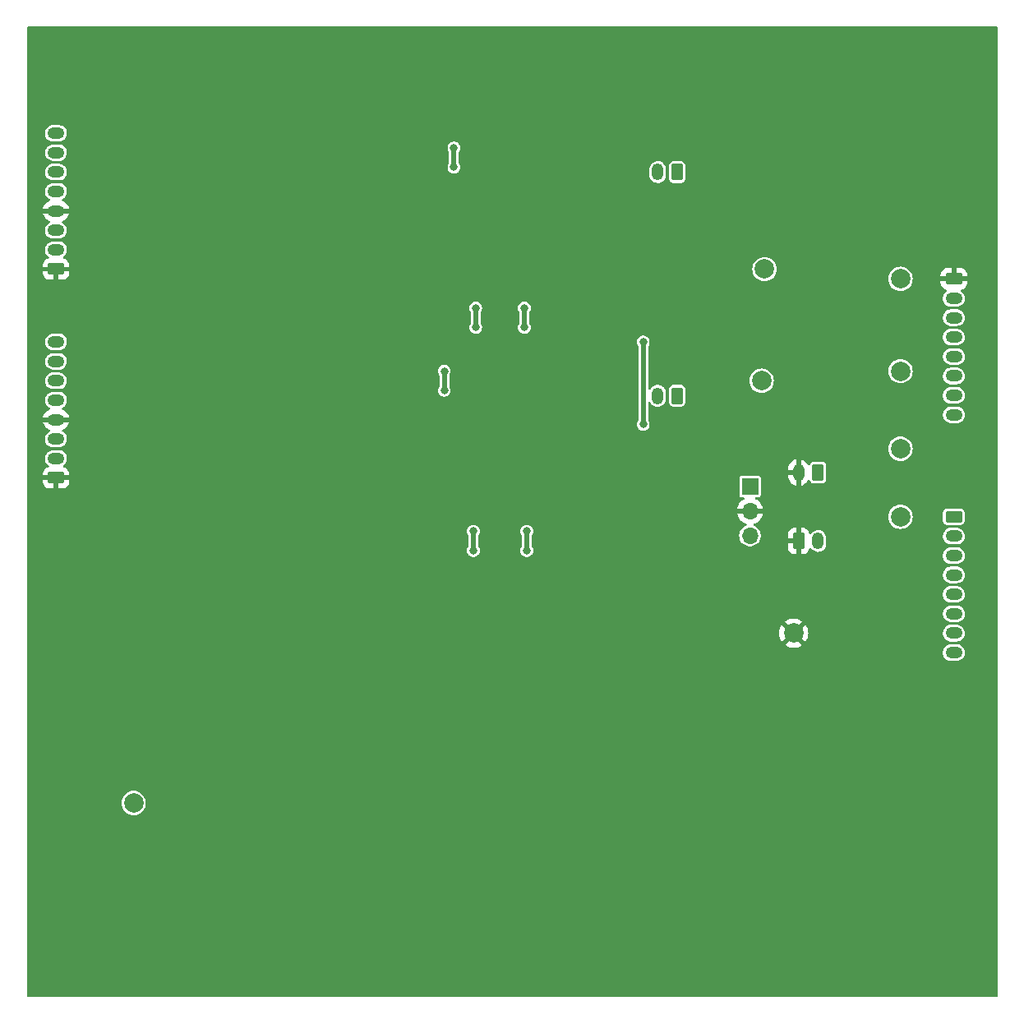
<source format=gbr>
%TF.GenerationSoftware,KiCad,Pcbnew,7.0.2*%
%TF.CreationDate,2023-05-29T18:08:28-04:00*%
%TF.ProjectId,amplifier,616d706c-6966-4696-9572-2e6b69636164,rev?*%
%TF.SameCoordinates,Original*%
%TF.FileFunction,Copper,L2,Bot*%
%TF.FilePolarity,Positive*%
%FSLAX46Y46*%
G04 Gerber Fmt 4.6, Leading zero omitted, Abs format (unit mm)*
G04 Created by KiCad (PCBNEW 7.0.2) date 2023-05-29 18:08:28*
%MOMM*%
%LPD*%
G01*
G04 APERTURE LIST*
G04 Aperture macros list*
%AMRoundRect*
0 Rectangle with rounded corners*
0 $1 Rounding radius*
0 $2 $3 $4 $5 $6 $7 $8 $9 X,Y pos of 4 corners*
0 Add a 4 corners polygon primitive as box body*
4,1,4,$2,$3,$4,$5,$6,$7,$8,$9,$2,$3,0*
0 Add four circle primitives for the rounded corners*
1,1,$1+$1,$2,$3*
1,1,$1+$1,$4,$5*
1,1,$1+$1,$6,$7*
1,1,$1+$1,$8,$9*
0 Add four rect primitives between the rounded corners*
20,1,$1+$1,$2,$3,$4,$5,0*
20,1,$1+$1,$4,$5,$6,$7,0*
20,1,$1+$1,$6,$7,$8,$9,0*
20,1,$1+$1,$8,$9,$2,$3,0*%
G04 Aperture macros list end*
%TA.AperFunction,ComponentPad*%
%ADD10RoundRect,0.250000X0.350000X0.625000X-0.350000X0.625000X-0.350000X-0.625000X0.350000X-0.625000X0*%
%TD*%
%TA.AperFunction,ComponentPad*%
%ADD11O,1.200000X1.750000*%
%TD*%
%TA.AperFunction,ComponentPad*%
%ADD12RoundRect,0.250000X-0.625000X0.350000X-0.625000X-0.350000X0.625000X-0.350000X0.625000X0.350000X0*%
%TD*%
%TA.AperFunction,ComponentPad*%
%ADD13O,1.750000X1.200000*%
%TD*%
%TA.AperFunction,ComponentPad*%
%ADD14RoundRect,0.250000X0.625000X-0.350000X0.625000X0.350000X-0.625000X0.350000X-0.625000X-0.350000X0*%
%TD*%
%TA.AperFunction,ComponentPad*%
%ADD15C,2.000000*%
%TD*%
%TA.AperFunction,ComponentPad*%
%ADD16R,1.700000X1.700000*%
%TD*%
%TA.AperFunction,ComponentPad*%
%ADD17O,1.700000X1.700000*%
%TD*%
%TA.AperFunction,ComponentPad*%
%ADD18RoundRect,0.250000X-0.350000X-0.625000X0.350000X-0.625000X0.350000X0.625000X-0.350000X0.625000X0*%
%TD*%
%TA.AperFunction,ViaPad*%
%ADD19C,0.800000*%
%TD*%
%TA.AperFunction,ViaPad*%
%ADD20C,6.000000*%
%TD*%
%TA.AperFunction,ViaPad*%
%ADD21C,1.500000*%
%TD*%
%TA.AperFunction,Conductor*%
%ADD22C,0.508000*%
%TD*%
G04 APERTURE END LIST*
D10*
%TO.P,J5,1,Pin_1*%
%TO.N,Net-(J5-Pin_1)*%
X167000000Y-65000000D03*
D11*
%TO.P,J5,2,Pin_2*%
%TO.N,Net-(J5-Pin_2)*%
X165000000Y-65000000D03*
%TD*%
D12*
%TO.P,J4,1,Pin_1*%
%TO.N,Net-(J4-Pin_1)*%
X195500000Y-100500000D03*
D13*
%TO.P,J4,2,Pin_2*%
%TO.N,Net-(J4-Pin_2)*%
X195500000Y-102500000D03*
%TO.P,J4,3,Pin_3*%
%TO.N,+9V*%
X195500000Y-104500000D03*
%TO.P,J4,4,Pin_4*%
%TO.N,-9V*%
X195500000Y-106500000D03*
%TO.P,J4,5,Pin_5*%
%TO.N,+9V*%
X195500000Y-108500000D03*
%TO.P,J4,6,Pin_6*%
%TO.N,Net-(J4-Pin_6)*%
X195500000Y-110500000D03*
%TO.P,J4,7,Pin_7*%
%TO.N,unconnected-(J4-Pin_7-Pad7)*%
X195500000Y-112500000D03*
%TO.P,J4,8,Pin_8*%
%TO.N,unconnected-(J4-Pin_8-Pad8)*%
X195500000Y-114500000D03*
%TD*%
D12*
%TO.P,J7,1,Pin_1*%
%TO.N,GND*%
X195500000Y-76000000D03*
D13*
%TO.P,J7,2,Pin_2*%
%TO.N,/HP_Left*%
X195500000Y-78000000D03*
%TO.P,J7,3,Pin_3*%
%TO.N,/HP_Right*%
X195500000Y-80000000D03*
%TO.P,J7,4,Pin_4*%
%TO.N,unconnected-(J7-Pin_4-Pad4)*%
X195500000Y-82000000D03*
%TO.P,J7,5,Pin_5*%
%TO.N,unconnected-(J7-Pin_5-Pad5)*%
X195500000Y-84000000D03*
%TO.P,J7,6,Pin_6*%
%TO.N,unconnected-(J7-Pin_6-Pad6)*%
X195500000Y-86000000D03*
%TO.P,J7,7,Pin_7*%
%TO.N,unconnected-(J7-Pin_7-Pad7)*%
X195500000Y-88000000D03*
%TO.P,J7,8,Pin_8*%
%TO.N,unconnected-(J7-Pin_8-Pad8)*%
X195500000Y-90000000D03*
%TD*%
D14*
%TO.P,J1,1,Pin_1*%
%TO.N,GND*%
X103000000Y-75000000D03*
D13*
%TO.P,J1,2,Pin_2*%
%TO.N,Net-(J1-Pin_2)*%
X103000000Y-73000000D03*
%TO.P,J1,3,Pin_3*%
%TO.N,Net-(J1-Pin_3)*%
X103000000Y-71000000D03*
%TO.P,J1,4,Pin_4*%
%TO.N,GND*%
X103000000Y-69000000D03*
%TO.P,J1,5,Pin_5*%
%TO.N,unconnected-(J1-Pin_5-Pad5)*%
X103000000Y-67000000D03*
%TO.P,J1,6,Pin_6*%
%TO.N,unconnected-(J1-Pin_6-Pad6)*%
X103000000Y-65000000D03*
%TO.P,J1,7,Pin_7*%
%TO.N,unconnected-(J1-Pin_7-Pad7)*%
X103000000Y-63000000D03*
%TO.P,J1,8,Pin_8*%
%TO.N,unconnected-(J1-Pin_8-Pad8)*%
X103000000Y-61000000D03*
%TD*%
D15*
%TO.P,TP5,1,1*%
%TO.N,GND*%
X179000000Y-112500000D03*
%TD*%
D10*
%TO.P,J6,1,Pin_1*%
%TO.N,Net-(J6-Pin_1)*%
X167000000Y-88050000D03*
D11*
%TO.P,J6,2,Pin_2*%
%TO.N,Net-(J6-Pin_2)*%
X165000000Y-88050000D03*
%TD*%
D15*
%TO.P,TP1,1,1*%
%TO.N,Net-(U3A-+)*%
X176000000Y-75000000D03*
%TD*%
%TO.P,TP8,1,1*%
%TO.N,+48V*%
X111000000Y-130000000D03*
%TD*%
%TO.P,TP2,1,1*%
%TO.N,/HP_Left*%
X190000000Y-76000000D03*
%TD*%
%TO.P,TP4,1,1*%
%TO.N,/HP_Right*%
X190000000Y-85500000D03*
%TD*%
%TO.P,TP3,1,1*%
%TO.N,Net-(U3B-+)*%
X175700000Y-86500000D03*
%TD*%
%TO.P,TP7,1,1*%
%TO.N,/vbat-*%
X190000000Y-100500000D03*
%TD*%
D16*
%TO.P,J3,1,Pin_1*%
%TO.N,/vbat+*%
X174500000Y-97370000D03*
D17*
%TO.P,J3,2,Pin_2*%
%TO.N,GND*%
X174500000Y-99910000D03*
%TO.P,J3,3,Pin_3*%
%TO.N,/vbat-*%
X174500000Y-102450000D03*
%TD*%
D15*
%TO.P,TP6,1,1*%
%TO.N,/vbat+*%
X190000000Y-93500000D03*
%TD*%
D14*
%TO.P,J2,1,Pin_1*%
%TO.N,GND*%
X103000000Y-96500000D03*
D13*
%TO.P,J2,2,Pin_2*%
%TO.N,Net-(J2-Pin_2)*%
X103000000Y-94500000D03*
%TO.P,J2,3,Pin_3*%
%TO.N,Net-(J2-Pin_3)*%
X103000000Y-92500000D03*
%TO.P,J2,4,Pin_4*%
%TO.N,GND*%
X103000000Y-90500000D03*
%TO.P,J2,5,Pin_5*%
%TO.N,unconnected-(J2-Pin_5-Pad5)*%
X103000000Y-88500000D03*
%TO.P,J2,6,Pin_6*%
%TO.N,unconnected-(J2-Pin_6-Pad6)*%
X103000000Y-86500000D03*
%TO.P,J2,7,Pin_7*%
%TO.N,unconnected-(J2-Pin_7-Pad7)*%
X103000000Y-84500000D03*
%TO.P,J2,8,Pin_8*%
%TO.N,unconnected-(J2-Pin_8-Pad8)*%
X103000000Y-82500000D03*
%TD*%
D10*
%TO.P,BT1,1,+*%
%TO.N,/vbat+*%
X181500000Y-95950000D03*
D11*
%TO.P,BT1,2,-*%
%TO.N,GND*%
X179500000Y-95950000D03*
%TD*%
D18*
%TO.P,BT2,1,+*%
%TO.N,GND*%
X179500000Y-103000000D03*
D11*
%TO.P,BT2,2,-*%
%TO.N,/vbat-*%
X181500000Y-103000000D03*
%TD*%
D19*
%TO.N,GND*%
X158500000Y-89500000D03*
X158500000Y-100000000D03*
X189000000Y-102500000D03*
X144000000Y-68500000D03*
D20*
X195000000Y-55000000D03*
D19*
X185000000Y-91000000D03*
X158500000Y-77450000D03*
X112000000Y-144050000D03*
X155500000Y-130000000D03*
X144000000Y-91000000D03*
X157500000Y-138919300D03*
X163500000Y-139000000D03*
X171000000Y-91000000D03*
X144000000Y-76500000D03*
X177000000Y-81000000D03*
X157500000Y-130000000D03*
X110500000Y-94000000D03*
X173525000Y-136000000D03*
X186000000Y-94500000D03*
X169000000Y-96500000D03*
X165000000Y-77500000D03*
X186000000Y-81000000D03*
D20*
X195000000Y-145000000D03*
D19*
X110500000Y-72000000D03*
X124000000Y-125000000D03*
D21*
X154590000Y-139595000D03*
D19*
X140500000Y-144000000D03*
D20*
X105000000Y-145000000D03*
D19*
X134500000Y-142500000D03*
X173500000Y-67000000D03*
X138000000Y-133950000D03*
X173500000Y-89500000D03*
X165025000Y-142500000D03*
X165000000Y-100000000D03*
X114500000Y-143500000D03*
X185000000Y-71000000D03*
X144000000Y-98500000D03*
X169000000Y-74000000D03*
X145500000Y-143000000D03*
D20*
X105000000Y-55000000D03*
D19*
X171000000Y-68500000D03*
X158500000Y-66900000D03*
X180500000Y-89500000D03*
X145500000Y-141500000D03*
X145500000Y-140000000D03*
X166500000Y-102500000D03*
X186525000Y-142500000D03*
X166500000Y-80000000D03*
X143000000Y-144000000D03*
X180500000Y-72500000D03*
X161050000Y-143500000D03*
%TO.N,+9V*%
X151250000Y-79000000D03*
X144000000Y-64500000D03*
X143000000Y-85500000D03*
X144000000Y-62500000D03*
X146000000Y-104000000D03*
X146250000Y-81000000D03*
X146250000Y-79000000D03*
X146000000Y-102000000D03*
X151250000Y-81000000D03*
X151500000Y-104000000D03*
X151500000Y-102000000D03*
X143000000Y-87500000D03*
%TO.N,-9V*%
X163500000Y-91000000D03*
X163500000Y-82500000D03*
%TD*%
D22*
%TO.N,+9V*%
X146250000Y-81000000D02*
X146250000Y-79000000D01*
X146000000Y-104000000D02*
X146000000Y-102000000D01*
X143000000Y-87500000D02*
X143000000Y-85500000D01*
X151500000Y-104000000D02*
X151500000Y-102000000D01*
X151250000Y-81000000D02*
X151250000Y-79000000D01*
X144000000Y-64500000D02*
X144000000Y-62500000D01*
%TO.N,-9V*%
X163500000Y-82500000D02*
X163500000Y-91000000D01*
%TD*%
%TA.AperFunction,Conductor*%
%TO.N,GND*%
G36*
X199942539Y-50020185D02*
G01*
X199988294Y-50072989D01*
X199999500Y-50124500D01*
X199999500Y-149875500D01*
X199979815Y-149942539D01*
X199927011Y-149988294D01*
X199875500Y-149999500D01*
X100124500Y-149999500D01*
X100057461Y-149979815D01*
X100011706Y-149927011D01*
X100000500Y-149875500D01*
X100000500Y-129999999D01*
X109740707Y-129999999D01*
X109759838Y-130218671D01*
X109759839Y-130218674D01*
X109816653Y-130430703D01*
X109909421Y-130629646D01*
X110035326Y-130809457D01*
X110190543Y-130964674D01*
X110370354Y-131090579D01*
X110569297Y-131183347D01*
X110781326Y-131240161D01*
X110927108Y-131252914D01*
X110999999Y-131259292D01*
X110999999Y-131259291D01*
X111000000Y-131259292D01*
X111218674Y-131240161D01*
X111430703Y-131183347D01*
X111629646Y-131090579D01*
X111809457Y-130964674D01*
X111964674Y-130809457D01*
X112090579Y-130629646D01*
X112183347Y-130430703D01*
X112240161Y-130218674D01*
X112259292Y-130000000D01*
X112240161Y-129781326D01*
X112183347Y-129569297D01*
X112090579Y-129370354D01*
X111964674Y-129190543D01*
X111809457Y-129035326D01*
X111629646Y-128909421D01*
X111537921Y-128866649D01*
X111430704Y-128816653D01*
X111218671Y-128759838D01*
X110999999Y-128740707D01*
X110781328Y-128759838D01*
X110569295Y-128816653D01*
X110370356Y-128909420D01*
X110370354Y-128909421D01*
X110190543Y-129035326D01*
X110190539Y-129035329D01*
X110035329Y-129190539D01*
X109909420Y-129370356D01*
X109816653Y-129569295D01*
X109759838Y-129781328D01*
X109740707Y-129999999D01*
X100000500Y-129999999D01*
X100000500Y-114453467D01*
X194366722Y-114453467D01*
X194376783Y-114639057D01*
X194402020Y-114729951D01*
X194426508Y-114818148D01*
X194470038Y-114900254D01*
X194513569Y-114982363D01*
X194633895Y-115124021D01*
X194781861Y-115236503D01*
X194950545Y-115314544D01*
X194950546Y-115314544D01*
X194950548Y-115314545D01*
X195132067Y-115354500D01*
X195817974Y-115354500D01*
X195821332Y-115354500D01*
X195959775Y-115339443D01*
X196135911Y-115280096D01*
X196295171Y-115184273D01*
X196430108Y-115056454D01*
X196534413Y-114902615D01*
X196603209Y-114729951D01*
X196633278Y-114546535D01*
X196623216Y-114360942D01*
X196573492Y-114181852D01*
X196486431Y-114017638D01*
X196486430Y-114017636D01*
X196366104Y-113875978D01*
X196218138Y-113763496D01*
X196049454Y-113685455D01*
X195867933Y-113645500D01*
X195178668Y-113645500D01*
X195175331Y-113645862D01*
X195175329Y-113645863D01*
X195040224Y-113660556D01*
X194864090Y-113719903D01*
X194704827Y-113815727D01*
X194569894Y-113943544D01*
X194569892Y-113943546D01*
X194519658Y-114017636D01*
X194465587Y-114097385D01*
X194396791Y-114270048D01*
X194366722Y-114453467D01*
X100000500Y-114453467D01*
X100000500Y-112499999D01*
X177494858Y-112499999D01*
X177515386Y-112747732D01*
X177576413Y-112988721D01*
X177676268Y-113216370D01*
X177776563Y-113369882D01*
X177776564Y-113369882D01*
X178516923Y-112629523D01*
X178540507Y-112709844D01*
X178618239Y-112830798D01*
X178726900Y-112924952D01*
X178857685Y-112984680D01*
X178867466Y-112986086D01*
X178129942Y-113723609D01*
X178129942Y-113723610D01*
X178176766Y-113760055D01*
X178395393Y-113878368D01*
X178630506Y-113959083D01*
X178875707Y-114000000D01*
X179124293Y-114000000D01*
X179369493Y-113959083D01*
X179604606Y-113878368D01*
X179823233Y-113760053D01*
X179870056Y-113723609D01*
X179132533Y-112986086D01*
X179142315Y-112984680D01*
X179273100Y-112924952D01*
X179381761Y-112830798D01*
X179459493Y-112709844D01*
X179483076Y-112629524D01*
X180223434Y-113369882D01*
X180323730Y-113216369D01*
X180423586Y-112988721D01*
X180484613Y-112747732D01*
X180505141Y-112500000D01*
X180501285Y-112453467D01*
X194366722Y-112453467D01*
X194376783Y-112639057D01*
X194402020Y-112729951D01*
X194426508Y-112818148D01*
X194433215Y-112830798D01*
X194513569Y-112982363D01*
X194633895Y-113124021D01*
X194781861Y-113236503D01*
X194950545Y-113314544D01*
X194950546Y-113314544D01*
X194950548Y-113314545D01*
X195132067Y-113354500D01*
X195817974Y-113354500D01*
X195821332Y-113354500D01*
X195959775Y-113339443D01*
X196135911Y-113280096D01*
X196295171Y-113184273D01*
X196430108Y-113056454D01*
X196534413Y-112902615D01*
X196603209Y-112729951D01*
X196633278Y-112546535D01*
X196623216Y-112360942D01*
X196573492Y-112181852D01*
X196486431Y-112017638D01*
X196486430Y-112017636D01*
X196366104Y-111875978D01*
X196218138Y-111763496D01*
X196049454Y-111685455D01*
X195867933Y-111645500D01*
X195178668Y-111645500D01*
X195175331Y-111645862D01*
X195175329Y-111645863D01*
X195040224Y-111660556D01*
X194864090Y-111719903D01*
X194704827Y-111815727D01*
X194569894Y-111943544D01*
X194569892Y-111943546D01*
X194519658Y-112017636D01*
X194465587Y-112097385D01*
X194396791Y-112270048D01*
X194366722Y-112453467D01*
X180501285Y-112453467D01*
X180484613Y-112252267D01*
X180423586Y-112011278D01*
X180323730Y-111783630D01*
X180223434Y-111630116D01*
X179483076Y-112370475D01*
X179459493Y-112290156D01*
X179381761Y-112169202D01*
X179273100Y-112075048D01*
X179142315Y-112015320D01*
X179132534Y-112013913D01*
X179870057Y-111276390D01*
X179870056Y-111276388D01*
X179823235Y-111239947D01*
X179604606Y-111121631D01*
X179369493Y-111040916D01*
X179124293Y-111000000D01*
X178875707Y-111000000D01*
X178630506Y-111040916D01*
X178395393Y-111121631D01*
X178176764Y-111239946D01*
X178129942Y-111276388D01*
X178129942Y-111276390D01*
X178867466Y-112013913D01*
X178857685Y-112015320D01*
X178726900Y-112075048D01*
X178618239Y-112169202D01*
X178540507Y-112290156D01*
X178516923Y-112370475D01*
X177776564Y-111630116D01*
X177676266Y-111783634D01*
X177576413Y-112011278D01*
X177515386Y-112252267D01*
X177494858Y-112499999D01*
X100000500Y-112499999D01*
X100000500Y-110453467D01*
X194366722Y-110453467D01*
X194376783Y-110639057D01*
X194402020Y-110729951D01*
X194426508Y-110818148D01*
X194470038Y-110900254D01*
X194513569Y-110982363D01*
X194633895Y-111124021D01*
X194781861Y-111236503D01*
X194950545Y-111314544D01*
X194950546Y-111314544D01*
X194950548Y-111314545D01*
X195132067Y-111354500D01*
X195817974Y-111354500D01*
X195821332Y-111354500D01*
X195959775Y-111339443D01*
X196135911Y-111280096D01*
X196295171Y-111184273D01*
X196430108Y-111056454D01*
X196534413Y-110902615D01*
X196603209Y-110729951D01*
X196633278Y-110546535D01*
X196623216Y-110360942D01*
X196573492Y-110181852D01*
X196486431Y-110017638D01*
X196486430Y-110017636D01*
X196366104Y-109875978D01*
X196218138Y-109763496D01*
X196049454Y-109685455D01*
X195867933Y-109645500D01*
X195178668Y-109645500D01*
X195175331Y-109645862D01*
X195175329Y-109645863D01*
X195040224Y-109660556D01*
X194864090Y-109719903D01*
X194704827Y-109815727D01*
X194569894Y-109943544D01*
X194569892Y-109943546D01*
X194519658Y-110017636D01*
X194465587Y-110097385D01*
X194396791Y-110270048D01*
X194366722Y-110453467D01*
X100000500Y-110453467D01*
X100000500Y-108453467D01*
X194366722Y-108453467D01*
X194376783Y-108639057D01*
X194402020Y-108729951D01*
X194426508Y-108818148D01*
X194470038Y-108900254D01*
X194513569Y-108982363D01*
X194633895Y-109124021D01*
X194781861Y-109236503D01*
X194950545Y-109314544D01*
X194950546Y-109314544D01*
X194950548Y-109314545D01*
X195132067Y-109354500D01*
X195817974Y-109354500D01*
X195821332Y-109354500D01*
X195959775Y-109339443D01*
X196135911Y-109280096D01*
X196295171Y-109184273D01*
X196430108Y-109056454D01*
X196534413Y-108902615D01*
X196603209Y-108729951D01*
X196633278Y-108546535D01*
X196623216Y-108360942D01*
X196573492Y-108181852D01*
X196486431Y-108017638D01*
X196486430Y-108017636D01*
X196366104Y-107875978D01*
X196218138Y-107763496D01*
X196049454Y-107685455D01*
X195867933Y-107645500D01*
X195178668Y-107645500D01*
X195175331Y-107645862D01*
X195175329Y-107645863D01*
X195040224Y-107660556D01*
X194864090Y-107719903D01*
X194704827Y-107815727D01*
X194569894Y-107943544D01*
X194569892Y-107943546D01*
X194519658Y-108017636D01*
X194465587Y-108097385D01*
X194396791Y-108270048D01*
X194366722Y-108453467D01*
X100000500Y-108453467D01*
X100000500Y-106453467D01*
X194366722Y-106453467D01*
X194376783Y-106639057D01*
X194402020Y-106729951D01*
X194426508Y-106818148D01*
X194470038Y-106900254D01*
X194513569Y-106982363D01*
X194633895Y-107124021D01*
X194781861Y-107236503D01*
X194950545Y-107314544D01*
X194950546Y-107314544D01*
X194950548Y-107314545D01*
X195132067Y-107354500D01*
X195817974Y-107354500D01*
X195821332Y-107354500D01*
X195959775Y-107339443D01*
X196135911Y-107280096D01*
X196295171Y-107184273D01*
X196430108Y-107056454D01*
X196534413Y-106902615D01*
X196603209Y-106729951D01*
X196633278Y-106546535D01*
X196623216Y-106360942D01*
X196573492Y-106181852D01*
X196486431Y-106017638D01*
X196486430Y-106017636D01*
X196366104Y-105875978D01*
X196218138Y-105763496D01*
X196049454Y-105685455D01*
X195867933Y-105645500D01*
X195178668Y-105645500D01*
X195175331Y-105645862D01*
X195175329Y-105645863D01*
X195040224Y-105660556D01*
X194864090Y-105719903D01*
X194704827Y-105815727D01*
X194569894Y-105943544D01*
X194569892Y-105943546D01*
X194519658Y-106017636D01*
X194465587Y-106097385D01*
X194396791Y-106270048D01*
X194366722Y-106453467D01*
X100000500Y-106453467D01*
X100000500Y-104000000D01*
X145340692Y-104000000D01*
X145359851Y-104157782D01*
X145416212Y-104306394D01*
X145453864Y-104360942D01*
X145506502Y-104437201D01*
X145614421Y-104532810D01*
X145625472Y-104542600D01*
X145632970Y-104546535D01*
X145766207Y-104616463D01*
X145920529Y-104654500D01*
X145920530Y-104654500D01*
X146079470Y-104654500D01*
X146079471Y-104654500D01*
X146233793Y-104616463D01*
X146374529Y-104542599D01*
X146493498Y-104437201D01*
X146583787Y-104306395D01*
X146640149Y-104157782D01*
X146659307Y-104000000D01*
X150840692Y-104000000D01*
X150859851Y-104157782D01*
X150916212Y-104306394D01*
X150953864Y-104360942D01*
X151006502Y-104437201D01*
X151114421Y-104532810D01*
X151125472Y-104542600D01*
X151132970Y-104546535D01*
X151266207Y-104616463D01*
X151420529Y-104654500D01*
X151420530Y-104654500D01*
X151579470Y-104654500D01*
X151579471Y-104654500D01*
X151733793Y-104616463D01*
X151874529Y-104542599D01*
X151975138Y-104453467D01*
X194366722Y-104453467D01*
X194376783Y-104639057D01*
X194381071Y-104654500D01*
X194426508Y-104818148D01*
X194470038Y-104900254D01*
X194513569Y-104982363D01*
X194633895Y-105124021D01*
X194781861Y-105236503D01*
X194950545Y-105314544D01*
X194950546Y-105314544D01*
X194950548Y-105314545D01*
X195132067Y-105354500D01*
X195817974Y-105354500D01*
X195821332Y-105354500D01*
X195959775Y-105339443D01*
X196135911Y-105280096D01*
X196295171Y-105184273D01*
X196430108Y-105056454D01*
X196534413Y-104902615D01*
X196603209Y-104729951D01*
X196633278Y-104546535D01*
X196623216Y-104360942D01*
X196573492Y-104181852D01*
X196486431Y-104017638D01*
X196486430Y-104017636D01*
X196366104Y-103875978D01*
X196218138Y-103763496D01*
X196049454Y-103685455D01*
X195867933Y-103645500D01*
X195178668Y-103645500D01*
X195175331Y-103645862D01*
X195175329Y-103645863D01*
X195040224Y-103660556D01*
X194864090Y-103719903D01*
X194704827Y-103815727D01*
X194584078Y-103930108D01*
X194569892Y-103943546D01*
X194481787Y-104073492D01*
X194465587Y-104097385D01*
X194441523Y-104157782D01*
X194396791Y-104270049D01*
X194369389Y-104437201D01*
X194366722Y-104453467D01*
X151975138Y-104453467D01*
X151993498Y-104437201D01*
X152083787Y-104306395D01*
X152140149Y-104157782D01*
X152159307Y-104000000D01*
X152140149Y-103842218D01*
X152083787Y-103693605D01*
X152030450Y-103616333D01*
X152008567Y-103549979D01*
X152008500Y-103545893D01*
X152008500Y-102454106D01*
X152028185Y-102387067D01*
X152030426Y-102383700D01*
X152083787Y-102306395D01*
X152140149Y-102157782D01*
X152159307Y-102000000D01*
X152140149Y-101842218D01*
X152083787Y-101693605D01*
X151993498Y-101562799D01*
X151896627Y-101476978D01*
X151874527Y-101457399D01*
X151733794Y-101383537D01*
X151656631Y-101364518D01*
X151579471Y-101345500D01*
X151420529Y-101345500D01*
X151385455Y-101354145D01*
X151266205Y-101383537D01*
X151125472Y-101457399D01*
X151006501Y-101562800D01*
X150916212Y-101693605D01*
X150859851Y-101842217D01*
X150840692Y-102000000D01*
X150859851Y-102157782D01*
X150916211Y-102306392D01*
X150916212Y-102306394D01*
X150916213Y-102306395D01*
X150969550Y-102383667D01*
X150991433Y-102450020D01*
X150991500Y-102454106D01*
X150991500Y-103545893D01*
X150971815Y-103612932D01*
X150969550Y-103616333D01*
X150916212Y-103693605D01*
X150859851Y-103842217D01*
X150840692Y-104000000D01*
X146659307Y-104000000D01*
X146640149Y-103842218D01*
X146583787Y-103693605D01*
X146530450Y-103616333D01*
X146508567Y-103549979D01*
X146508500Y-103545893D01*
X146508500Y-102454106D01*
X146528185Y-102387067D01*
X146530426Y-102383700D01*
X146583787Y-102306395D01*
X146640149Y-102157782D01*
X146659307Y-102000000D01*
X146640149Y-101842218D01*
X146583787Y-101693605D01*
X146493498Y-101562799D01*
X146396627Y-101476978D01*
X146374527Y-101457399D01*
X146233794Y-101383537D01*
X146156631Y-101364518D01*
X146079471Y-101345500D01*
X145920529Y-101345500D01*
X145885455Y-101354145D01*
X145766205Y-101383537D01*
X145625472Y-101457399D01*
X145506501Y-101562800D01*
X145416212Y-101693605D01*
X145359851Y-101842217D01*
X145340692Y-102000000D01*
X145359851Y-102157782D01*
X145416211Y-102306392D01*
X145416212Y-102306394D01*
X145416213Y-102306395D01*
X145469550Y-102383667D01*
X145491433Y-102450020D01*
X145491500Y-102454106D01*
X145491500Y-103545893D01*
X145471815Y-103612932D01*
X145469550Y-103616333D01*
X145416212Y-103693605D01*
X145359851Y-103842217D01*
X145340692Y-104000000D01*
X100000500Y-104000000D01*
X100000500Y-100160000D01*
X173169364Y-100160000D01*
X173226569Y-100373492D01*
X173326399Y-100587576D01*
X173461893Y-100781081D01*
X173628918Y-100948106D01*
X173822423Y-101083600D01*
X174036508Y-101183430D01*
X174069038Y-101192147D01*
X174128699Y-101228512D01*
X174159228Y-101291358D01*
X174150934Y-101360734D01*
X174106448Y-101414612D01*
X174081740Y-101427548D01*
X174005575Y-101457054D01*
X173831535Y-101564815D01*
X173680268Y-101702713D01*
X173556911Y-101866065D01*
X173465670Y-102049300D01*
X173409654Y-102246176D01*
X173390768Y-102450000D01*
X173409654Y-102653823D01*
X173465670Y-102850699D01*
X173556911Y-103033934D01*
X173680268Y-103197286D01*
X173831535Y-103335184D01*
X173831537Y-103335185D01*
X173831538Y-103335186D01*
X174005573Y-103442944D01*
X174196444Y-103516888D01*
X174397653Y-103554500D01*
X174397655Y-103554500D01*
X174602345Y-103554500D01*
X174602347Y-103554500D01*
X174803556Y-103516888D01*
X174994427Y-103442944D01*
X175168462Y-103335186D01*
X175319732Y-103197285D01*
X175443088Y-103033935D01*
X175534328Y-102850701D01*
X175534329Y-102850699D01*
X175562980Y-102750000D01*
X178400000Y-102750000D01*
X179220440Y-102750000D01*
X179181722Y-102792059D01*
X179131449Y-102906670D01*
X179121114Y-103031395D01*
X179151837Y-103152719D01*
X179215394Y-103250000D01*
X178400001Y-103250000D01*
X178400001Y-103671829D01*
X178400321Y-103678111D01*
X178410493Y-103777695D01*
X178465642Y-103944122D01*
X178557683Y-104093345D01*
X178681654Y-104217316D01*
X178830877Y-104309357D01*
X178997303Y-104364506D01*
X179096890Y-104374680D01*
X179103168Y-104374999D01*
X179249999Y-104374999D01*
X179250000Y-104374998D01*
X179250000Y-103280617D01*
X179319052Y-103334363D01*
X179437424Y-103375000D01*
X179531073Y-103375000D01*
X179623446Y-103359586D01*
X179733514Y-103300019D01*
X179749999Y-103282111D01*
X179749999Y-104374998D01*
X179750000Y-104374999D01*
X179896829Y-104374999D01*
X179903111Y-104374678D01*
X180002695Y-104364506D01*
X180169122Y-104309357D01*
X180318345Y-104217316D01*
X180442316Y-104093345D01*
X180534357Y-103944122D01*
X180581250Y-103802610D01*
X180621023Y-103745165D01*
X180685538Y-103718342D01*
X180754314Y-103730657D01*
X180805206Y-103777685D01*
X180815727Y-103795171D01*
X180943546Y-103930108D01*
X181097385Y-104034413D01*
X181270049Y-104103209D01*
X181453465Y-104133278D01*
X181639058Y-104123216D01*
X181818148Y-104073492D01*
X181982362Y-103986431D01*
X182124021Y-103866105D01*
X182226986Y-103730657D01*
X182236503Y-103718138D01*
X182305019Y-103570041D01*
X182314545Y-103549452D01*
X182354500Y-103367933D01*
X182354500Y-102678668D01*
X182339443Y-102540225D01*
X182310211Y-102453467D01*
X194366722Y-102453467D01*
X194376783Y-102639057D01*
X194393699Y-102699981D01*
X194426508Y-102818148D01*
X194443767Y-102850701D01*
X194513569Y-102982363D01*
X194633895Y-103124021D01*
X194781861Y-103236503D01*
X194950545Y-103314544D01*
X194950546Y-103314544D01*
X194950548Y-103314545D01*
X195132067Y-103354500D01*
X195817974Y-103354500D01*
X195821332Y-103354500D01*
X195959775Y-103339443D01*
X196135911Y-103280096D01*
X196295171Y-103184273D01*
X196430108Y-103056454D01*
X196534413Y-102902615D01*
X196603209Y-102729951D01*
X196633278Y-102546535D01*
X196623216Y-102360942D01*
X196573492Y-102181852D01*
X196486431Y-102017638D01*
X196486430Y-102017636D01*
X196366104Y-101875978D01*
X196218138Y-101763496D01*
X196049454Y-101685455D01*
X195867933Y-101645500D01*
X195178668Y-101645500D01*
X195175331Y-101645862D01*
X195175329Y-101645863D01*
X195040224Y-101660556D01*
X194864090Y-101719903D01*
X194704827Y-101815727D01*
X194569894Y-101943544D01*
X194569892Y-101943546D01*
X194484228Y-102069892D01*
X194465587Y-102097385D01*
X194396791Y-102270048D01*
X194390833Y-102306392D01*
X194367201Y-102450548D01*
X194366722Y-102453467D01*
X182310211Y-102453467D01*
X182280096Y-102364089D01*
X182184273Y-102204829D01*
X182184272Y-102204827D01*
X182117081Y-102133895D01*
X182056454Y-102069892D01*
X181902615Y-101965587D01*
X181729951Y-101896791D01*
X181546535Y-101866722D01*
X181546532Y-101866722D01*
X181360942Y-101876783D01*
X181181852Y-101926508D01*
X181017636Y-102013569D01*
X180875978Y-102133895D01*
X180798473Y-102235850D01*
X180742231Y-102277307D01*
X180672505Y-102281776D01*
X180611431Y-102247838D01*
X180582052Y-102199811D01*
X180534358Y-102055878D01*
X180442316Y-101906654D01*
X180318345Y-101782683D01*
X180169122Y-101690642D01*
X180002696Y-101635493D01*
X179903109Y-101625319D01*
X179896832Y-101625000D01*
X179750000Y-101625000D01*
X179749999Y-102719382D01*
X179680948Y-102665637D01*
X179562576Y-102625000D01*
X179468927Y-102625000D01*
X179376554Y-102640414D01*
X179266486Y-102699981D01*
X179250000Y-102717889D01*
X179250000Y-101625000D01*
X179103171Y-101625000D01*
X179096888Y-101625321D01*
X178997304Y-101635493D01*
X178830877Y-101690642D01*
X178681654Y-101782683D01*
X178557683Y-101906654D01*
X178465642Y-102055877D01*
X178410493Y-102222303D01*
X178400319Y-102321890D01*
X178400000Y-102328168D01*
X178400000Y-102750000D01*
X175562980Y-102750000D01*
X175590345Y-102653823D01*
X175593297Y-102621954D01*
X175609232Y-102450000D01*
X175594453Y-102290512D01*
X175590345Y-102246176D01*
X175534329Y-102049300D01*
X175443088Y-101866065D01*
X175319731Y-101702713D01*
X175168464Y-101564815D01*
X174994427Y-101457056D01*
X174994422Y-101457054D01*
X174918259Y-101427548D01*
X174862858Y-101384976D01*
X174839268Y-101319209D01*
X174854979Y-101251128D01*
X174905003Y-101202350D01*
X174930962Y-101192147D01*
X174963490Y-101183431D01*
X175177576Y-101083600D01*
X175371081Y-100948106D01*
X175538106Y-100781081D01*
X175673600Y-100587576D01*
X175714438Y-100500000D01*
X188740707Y-100500000D01*
X188759838Y-100718671D01*
X188816653Y-100930704D01*
X188866649Y-101037921D01*
X188909421Y-101129646D01*
X189035326Y-101309457D01*
X189190543Y-101464674D01*
X189370354Y-101590579D01*
X189569297Y-101683347D01*
X189781326Y-101740161D01*
X190000000Y-101759292D01*
X190218674Y-101740161D01*
X190430703Y-101683347D01*
X190629646Y-101590579D01*
X190809457Y-101464674D01*
X190964674Y-101309457D01*
X191090579Y-101129646D01*
X191183347Y-100930703D01*
X191192924Y-100894960D01*
X194370500Y-100894960D01*
X194370501Y-100898254D01*
X194370853Y-100901532D01*
X194370854Y-100901543D01*
X194373989Y-100930703D01*
X194376960Y-100958342D01*
X194427658Y-101094267D01*
X194514596Y-101210404D01*
X194630733Y-101297342D01*
X194630736Y-101297343D01*
X194766654Y-101348039D01*
X194766655Y-101348039D01*
X194766658Y-101348040D01*
X194826745Y-101354500D01*
X196173254Y-101354499D01*
X196233342Y-101348040D01*
X196369267Y-101297342D01*
X196485404Y-101210404D01*
X196572342Y-101094267D01*
X196623040Y-100958342D01*
X196629500Y-100898255D01*
X196629499Y-100101746D01*
X196623040Y-100041658D01*
X196572342Y-99905733D01*
X196485404Y-99789596D01*
X196369267Y-99702658D01*
X196369264Y-99702657D01*
X196369263Y-99702656D01*
X196233345Y-99651960D01*
X196176541Y-99645853D01*
X196176535Y-99645852D01*
X196173255Y-99645500D01*
X196169945Y-99645500D01*
X194830057Y-99645500D01*
X194830038Y-99645500D01*
X194826746Y-99645501D01*
X194823468Y-99645853D01*
X194823456Y-99645854D01*
X194766658Y-99651960D01*
X194630733Y-99702658D01*
X194514596Y-99789596D01*
X194427656Y-99905736D01*
X194376960Y-100041654D01*
X194370853Y-100098458D01*
X194370500Y-100101745D01*
X194370500Y-100105053D01*
X194370500Y-100105054D01*
X194370500Y-100894942D01*
X194370500Y-100894960D01*
X191192924Y-100894960D01*
X191240161Y-100718674D01*
X191259292Y-100500000D01*
X191240161Y-100281326D01*
X191183347Y-100069297D01*
X191090579Y-99870354D01*
X190964674Y-99690543D01*
X190809457Y-99535326D01*
X190629646Y-99409421D01*
X190537921Y-99366649D01*
X190430704Y-99316653D01*
X190218671Y-99259838D01*
X190000000Y-99240707D01*
X189781328Y-99259838D01*
X189569295Y-99316653D01*
X189370356Y-99409420D01*
X189370354Y-99409421D01*
X189190543Y-99535326D01*
X189190539Y-99535329D01*
X189035329Y-99690539D01*
X189035326Y-99690542D01*
X189035326Y-99690543D01*
X188965969Y-99789596D01*
X188909420Y-99870356D01*
X188816653Y-100069295D01*
X188759838Y-100281328D01*
X188740707Y-100500000D01*
X175714438Y-100500000D01*
X175773430Y-100373492D01*
X175830636Y-100160000D01*
X174933686Y-100160000D01*
X174959493Y-100119844D01*
X175000000Y-99981889D01*
X175000000Y-99838111D01*
X174959493Y-99700156D01*
X174933686Y-99660000D01*
X175830636Y-99660000D01*
X175830635Y-99659999D01*
X175773430Y-99446507D01*
X175673599Y-99232421D01*
X175538109Y-99038921D01*
X175371081Y-98871893D01*
X175177576Y-98736399D01*
X175122853Y-98710881D01*
X175070414Y-98664709D01*
X175051262Y-98597515D01*
X175071478Y-98530634D01*
X175124643Y-98485299D01*
X175175257Y-98474499D01*
X175375066Y-98474499D01*
X175449301Y-98459734D01*
X175533484Y-98403484D01*
X175589734Y-98319301D01*
X175604500Y-98245067D01*
X175604499Y-96494934D01*
X175589734Y-96420699D01*
X175571068Y-96392765D01*
X175533484Y-96336515D01*
X175449300Y-96280265D01*
X175420065Y-96274450D01*
X178400000Y-96274450D01*
X178400281Y-96280359D01*
X178414964Y-96434120D01*
X178474149Y-96635687D01*
X178570412Y-96822412D01*
X178700269Y-96987538D01*
X178859036Y-97125111D01*
X179040963Y-97230146D01*
X179239485Y-97298855D01*
X179250000Y-97300366D01*
X179250000Y-96230617D01*
X179319052Y-96284363D01*
X179437424Y-96325000D01*
X179531073Y-96325000D01*
X179623446Y-96309586D01*
X179733514Y-96250019D01*
X179749999Y-96232111D01*
X179749999Y-97296257D01*
X179861410Y-97269229D01*
X180052505Y-97181960D01*
X180223621Y-97060107D01*
X180368594Y-96908064D01*
X180467007Y-96754932D01*
X180519811Y-96709177D01*
X180588969Y-96699233D01*
X180652525Y-96728258D01*
X180687503Y-96778637D01*
X180702656Y-96819263D01*
X180702657Y-96819264D01*
X180702658Y-96819267D01*
X180789596Y-96935404D01*
X180905733Y-97022342D01*
X180905736Y-97022343D01*
X181041654Y-97073039D01*
X181041655Y-97073039D01*
X181041658Y-97073040D01*
X181101745Y-97079500D01*
X181898254Y-97079499D01*
X181958342Y-97073040D01*
X182094267Y-97022342D01*
X182210404Y-96935404D01*
X182297342Y-96819267D01*
X182348040Y-96683342D01*
X182354500Y-96623255D01*
X182354499Y-95276746D01*
X182348040Y-95216658D01*
X182297342Y-95080733D01*
X182210404Y-94964596D01*
X182094267Y-94877658D01*
X182094264Y-94877657D01*
X182094263Y-94877656D01*
X181958345Y-94826960D01*
X181901541Y-94820853D01*
X181901535Y-94820852D01*
X181898255Y-94820500D01*
X181894945Y-94820500D01*
X181105057Y-94820500D01*
X181105038Y-94820500D01*
X181101746Y-94820501D01*
X181098468Y-94820853D01*
X181098456Y-94820854D01*
X181041658Y-94826960D01*
X180905733Y-94877658D01*
X180789596Y-94964596D01*
X180705014Y-95077587D01*
X180702657Y-95080735D01*
X180686664Y-95123613D01*
X180644792Y-95179546D01*
X180579328Y-95203962D01*
X180511055Y-95189110D01*
X180461650Y-95139704D01*
X180460267Y-95137098D01*
X180429587Y-95077587D01*
X180299730Y-94912461D01*
X180140963Y-94774888D01*
X179959036Y-94669853D01*
X179760511Y-94601143D01*
X179750000Y-94599631D01*
X179750000Y-94599632D01*
X179749999Y-95669382D01*
X179680948Y-95615637D01*
X179562576Y-95575000D01*
X179468927Y-95575000D01*
X179376554Y-95590414D01*
X179266486Y-95649981D01*
X179250000Y-95667889D01*
X179250000Y-94603740D01*
X179138593Y-94630768D01*
X178947494Y-94718039D01*
X178776378Y-94839892D01*
X178631407Y-94991933D01*
X178517833Y-95168655D01*
X178439755Y-95363685D01*
X178400000Y-95569962D01*
X178400000Y-95700000D01*
X179220440Y-95700000D01*
X179181722Y-95742059D01*
X179131449Y-95856670D01*
X179121114Y-95981395D01*
X179151837Y-96102719D01*
X179215394Y-96200000D01*
X178400000Y-96200000D01*
X178400000Y-96274450D01*
X175420065Y-96274450D01*
X175375069Y-96265500D01*
X173624934Y-96265500D01*
X173550698Y-96280266D01*
X173466515Y-96336515D01*
X173410265Y-96420699D01*
X173395500Y-96494930D01*
X173395500Y-98245065D01*
X173410266Y-98319301D01*
X173466515Y-98403484D01*
X173550699Y-98459733D01*
X173550699Y-98459734D01*
X173624933Y-98474500D01*
X173824742Y-98474499D01*
X173891779Y-98494183D01*
X173937534Y-98546987D01*
X173947478Y-98616145D01*
X173918453Y-98679701D01*
X173877147Y-98710880D01*
X173822422Y-98736399D01*
X173628921Y-98871890D01*
X173461890Y-99038921D01*
X173326400Y-99232421D01*
X173226569Y-99446507D01*
X173169364Y-99659999D01*
X173169364Y-99660000D01*
X174066314Y-99660000D01*
X174040507Y-99700156D01*
X174000000Y-99838111D01*
X174000000Y-99981889D01*
X174040507Y-100119844D01*
X174066314Y-100160000D01*
X173169364Y-100160000D01*
X100000500Y-100160000D01*
X100000500Y-96250000D01*
X101625000Y-96250000D01*
X102720440Y-96250000D01*
X102681722Y-96292059D01*
X102631449Y-96406670D01*
X102621114Y-96531395D01*
X102651837Y-96652719D01*
X102715394Y-96750000D01*
X101625001Y-96750000D01*
X101625001Y-96896829D01*
X101625321Y-96903111D01*
X101635493Y-97002695D01*
X101690642Y-97169122D01*
X101782683Y-97318345D01*
X101906654Y-97442316D01*
X102055877Y-97534357D01*
X102222303Y-97589506D01*
X102321890Y-97599680D01*
X102328168Y-97599999D01*
X102749999Y-97599999D01*
X102750000Y-97599998D01*
X102750000Y-96780617D01*
X102819052Y-96834363D01*
X102937424Y-96875000D01*
X103031073Y-96875000D01*
X103123446Y-96859586D01*
X103233514Y-96800019D01*
X103250000Y-96782110D01*
X103250000Y-97599999D01*
X103671829Y-97599999D01*
X103678111Y-97599678D01*
X103777695Y-97589506D01*
X103944122Y-97534357D01*
X104093345Y-97442316D01*
X104217316Y-97318345D01*
X104309357Y-97169122D01*
X104364506Y-97002696D01*
X104374680Y-96903109D01*
X104375000Y-96896831D01*
X104375000Y-96750000D01*
X103279560Y-96750000D01*
X103318278Y-96707941D01*
X103368551Y-96593330D01*
X103378886Y-96468605D01*
X103348163Y-96347281D01*
X103284606Y-96250000D01*
X104374999Y-96250000D01*
X104374999Y-96103170D01*
X104374678Y-96096888D01*
X104364506Y-95997304D01*
X104309357Y-95830877D01*
X104217316Y-95681654D01*
X104093345Y-95557683D01*
X103944123Y-95465643D01*
X103802609Y-95418749D01*
X103745165Y-95378976D01*
X103718342Y-95314460D01*
X103730657Y-95245684D01*
X103777685Y-95194793D01*
X103795171Y-95184273D01*
X103930108Y-95056454D01*
X104034413Y-94902615D01*
X104103209Y-94729951D01*
X104133278Y-94546535D01*
X104123216Y-94360942D01*
X104073492Y-94181852D01*
X103986431Y-94017638D01*
X103986430Y-94017636D01*
X103866104Y-93875978D01*
X103718138Y-93763496D01*
X103549454Y-93685455D01*
X103367933Y-93645500D01*
X102678668Y-93645500D01*
X102675331Y-93645862D01*
X102675329Y-93645863D01*
X102540224Y-93660556D01*
X102364090Y-93719903D01*
X102204827Y-93815727D01*
X102083450Y-93930703D01*
X102069892Y-93943546D01*
X102019658Y-94017636D01*
X101965587Y-94097385D01*
X101896791Y-94270048D01*
X101866722Y-94453467D01*
X101876783Y-94639057D01*
X101898713Y-94718039D01*
X101926508Y-94818148D01*
X101927943Y-94820854D01*
X102013569Y-94982363D01*
X102133895Y-95124021D01*
X102235850Y-95201526D01*
X102277307Y-95257767D01*
X102281776Y-95327494D01*
X102247839Y-95388568D01*
X102199812Y-95417947D01*
X102055877Y-95465642D01*
X101906654Y-95557683D01*
X101782683Y-95681654D01*
X101690642Y-95830877D01*
X101635493Y-95997303D01*
X101625319Y-96096890D01*
X101625000Y-96103168D01*
X101625000Y-96250000D01*
X100000500Y-96250000D01*
X100000500Y-93500000D01*
X188740707Y-93500000D01*
X188759838Y-93718671D01*
X188816653Y-93930704D01*
X188857190Y-94017636D01*
X188909421Y-94129646D01*
X189035326Y-94309457D01*
X189190543Y-94464674D01*
X189370354Y-94590579D01*
X189569297Y-94683347D01*
X189781326Y-94740161D01*
X190000000Y-94759292D01*
X190218674Y-94740161D01*
X190430703Y-94683347D01*
X190629646Y-94590579D01*
X190809457Y-94464674D01*
X190964674Y-94309457D01*
X191090579Y-94129646D01*
X191183347Y-93930703D01*
X191240161Y-93718674D01*
X191259292Y-93500000D01*
X191240161Y-93281326D01*
X191183347Y-93069297D01*
X191090579Y-92870354D01*
X190964674Y-92690543D01*
X190809457Y-92535326D01*
X190629646Y-92409421D01*
X190525682Y-92360942D01*
X190430704Y-92316653D01*
X190218671Y-92259838D01*
X190000000Y-92240707D01*
X189781328Y-92259838D01*
X189569295Y-92316653D01*
X189370356Y-92409420D01*
X189370354Y-92409421D01*
X189307453Y-92453465D01*
X189190539Y-92535329D01*
X189035329Y-92690539D01*
X188909420Y-92870356D01*
X188816653Y-93069295D01*
X188759838Y-93281328D01*
X188740707Y-93500000D01*
X100000500Y-93500000D01*
X100000500Y-90249999D01*
X101649631Y-90249999D01*
X101649632Y-90250000D01*
X102720440Y-90250000D01*
X102681722Y-90292059D01*
X102631449Y-90406670D01*
X102621114Y-90531395D01*
X102651837Y-90652719D01*
X102715394Y-90750000D01*
X101653742Y-90750000D01*
X101680770Y-90861410D01*
X101768039Y-91052505D01*
X101889892Y-91223621D01*
X102041933Y-91368592D01*
X102218657Y-91482166D01*
X102311605Y-91519377D01*
X102366527Y-91562567D01*
X102389380Y-91628594D01*
X102372908Y-91696494D01*
X102329449Y-91740745D01*
X102204829Y-91815726D01*
X102069894Y-91943544D01*
X102069892Y-91943546D01*
X102019658Y-92017636D01*
X101965587Y-92097385D01*
X101896791Y-92270048D01*
X101866722Y-92453467D01*
X101876783Y-92639057D01*
X101902020Y-92729951D01*
X101926508Y-92818148D01*
X101954186Y-92870354D01*
X102013569Y-92982363D01*
X102133895Y-93124021D01*
X102281861Y-93236503D01*
X102450545Y-93314544D01*
X102450546Y-93314544D01*
X102450548Y-93314545D01*
X102632067Y-93354500D01*
X103317974Y-93354500D01*
X103321332Y-93354500D01*
X103459775Y-93339443D01*
X103635911Y-93280096D01*
X103795171Y-93184273D01*
X103930108Y-93056454D01*
X104034413Y-92902615D01*
X104103209Y-92729951D01*
X104133278Y-92546535D01*
X104123216Y-92360942D01*
X104073492Y-92181852D01*
X103986431Y-92017638D01*
X103986430Y-92017636D01*
X103866104Y-91875978D01*
X103718138Y-91763496D01*
X103688317Y-91749700D01*
X103635739Y-91703686D01*
X103616385Y-91636550D01*
X103636399Y-91569609D01*
X103683563Y-91526945D01*
X103872412Y-91429587D01*
X104037538Y-91299730D01*
X104175111Y-91140963D01*
X104256496Y-90999999D01*
X162840692Y-90999999D01*
X162859851Y-91157782D01*
X162916212Y-91306394D01*
X162916213Y-91306395D01*
X163006502Y-91437201D01*
X163057257Y-91482166D01*
X163125472Y-91542600D01*
X163176934Y-91569609D01*
X163266207Y-91616463D01*
X163420529Y-91654500D01*
X163420530Y-91654500D01*
X163579470Y-91654500D01*
X163579471Y-91654500D01*
X163733793Y-91616463D01*
X163874529Y-91542599D01*
X163993498Y-91437201D01*
X164083787Y-91306395D01*
X164140149Y-91157782D01*
X164159307Y-91000000D01*
X164140149Y-90842218D01*
X164083787Y-90693605D01*
X164030450Y-90616333D01*
X164008567Y-90549979D01*
X164008500Y-90545893D01*
X164008500Y-89953467D01*
X194366722Y-89953467D01*
X194376783Y-90139057D01*
X194407587Y-90250000D01*
X194426508Y-90318148D01*
X194470038Y-90400255D01*
X194513569Y-90482363D01*
X194633895Y-90624021D01*
X194781861Y-90736503D01*
X194950545Y-90814544D01*
X194950546Y-90814544D01*
X194950548Y-90814545D01*
X195132067Y-90854500D01*
X195817974Y-90854500D01*
X195821332Y-90854500D01*
X195959775Y-90839443D01*
X196135911Y-90780096D01*
X196295171Y-90684273D01*
X196430108Y-90556454D01*
X196534413Y-90402615D01*
X196603209Y-90229951D01*
X196633278Y-90046535D01*
X196623216Y-89860942D01*
X196573492Y-89681852D01*
X196486431Y-89517638D01*
X196486430Y-89517636D01*
X196366104Y-89375978D01*
X196218138Y-89263496D01*
X196049454Y-89185455D01*
X195867933Y-89145500D01*
X195178668Y-89145500D01*
X195175331Y-89145862D01*
X195175329Y-89145863D01*
X195040224Y-89160556D01*
X194864090Y-89219903D01*
X194704827Y-89315727D01*
X194569894Y-89443544D01*
X194569892Y-89443546D01*
X194483877Y-89570409D01*
X194465587Y-89597385D01*
X194396791Y-89770048D01*
X194366722Y-89953467D01*
X164008500Y-89953467D01*
X164008500Y-88781162D01*
X164028185Y-88714123D01*
X164080989Y-88668368D01*
X164150147Y-88658424D01*
X164213703Y-88687449D01*
X164238748Y-88717231D01*
X164269378Y-88768138D01*
X164315727Y-88845172D01*
X164370140Y-88902614D01*
X164443546Y-88980108D01*
X164597385Y-89084413D01*
X164770049Y-89153209D01*
X164953465Y-89183278D01*
X165139058Y-89173216D01*
X165318148Y-89123492D01*
X165482362Y-89036431D01*
X165624021Y-88916105D01*
X165736502Y-88768139D01*
X165736501Y-88768139D01*
X165736503Y-88768138D01*
X165758792Y-88719960D01*
X166145500Y-88719960D01*
X166145501Y-88723254D01*
X166145853Y-88726532D01*
X166145854Y-88726543D01*
X166146925Y-88736502D01*
X166151960Y-88783342D01*
X166202658Y-88919267D01*
X166289596Y-89035404D01*
X166405733Y-89122342D01*
X166410235Y-89124021D01*
X166541654Y-89173039D01*
X166541655Y-89173039D01*
X166541658Y-89173040D01*
X166601745Y-89179500D01*
X167398254Y-89179499D01*
X167458342Y-89173040D01*
X167594267Y-89122342D01*
X167710404Y-89035404D01*
X167797342Y-88919267D01*
X167848040Y-88783342D01*
X167854500Y-88723255D01*
X167854499Y-87953467D01*
X194366722Y-87953467D01*
X194376783Y-88139057D01*
X194402020Y-88229951D01*
X194426508Y-88318148D01*
X194470038Y-88400255D01*
X194513569Y-88482363D01*
X194633895Y-88624021D01*
X194781861Y-88736503D01*
X194950545Y-88814544D01*
X194950546Y-88814544D01*
X194950548Y-88814545D01*
X195132067Y-88854500D01*
X195817974Y-88854500D01*
X195821332Y-88854500D01*
X195959775Y-88839443D01*
X196135911Y-88780096D01*
X196295171Y-88684273D01*
X196430108Y-88556454D01*
X196534413Y-88402615D01*
X196603209Y-88229951D01*
X196633278Y-88046535D01*
X196623216Y-87860942D01*
X196573492Y-87681852D01*
X196486431Y-87517638D01*
X196486430Y-87517636D01*
X196366756Y-87376746D01*
X196366105Y-87375979D01*
X196362786Y-87373456D01*
X196218138Y-87263496D01*
X196049454Y-87185455D01*
X195867933Y-87145500D01*
X195178668Y-87145500D01*
X195175331Y-87145862D01*
X195175329Y-87145863D01*
X195040224Y-87160556D01*
X194864090Y-87219903D01*
X194704827Y-87315727D01*
X194569894Y-87443544D01*
X194569892Y-87443546D01*
X194531244Y-87500548D01*
X194465587Y-87597385D01*
X194408700Y-87740161D01*
X194396791Y-87770049D01*
X194368349Y-87943544D01*
X194366722Y-87953467D01*
X167854499Y-87953467D01*
X167854499Y-87376746D01*
X167848040Y-87316658D01*
X167797342Y-87180733D01*
X167710404Y-87064596D01*
X167594267Y-86977658D01*
X167594264Y-86977657D01*
X167594263Y-86977656D01*
X167458345Y-86926960D01*
X167401541Y-86920853D01*
X167401535Y-86920852D01*
X167398255Y-86920500D01*
X167394945Y-86920500D01*
X166605057Y-86920500D01*
X166605038Y-86920500D01*
X166601746Y-86920501D01*
X166598468Y-86920853D01*
X166598456Y-86920854D01*
X166543295Y-86926784D01*
X166541658Y-86926960D01*
X166405733Y-86977658D01*
X166289596Y-87064596D01*
X166217762Y-87160557D01*
X166202656Y-87180736D01*
X166151960Y-87316654D01*
X166145853Y-87373458D01*
X166145500Y-87376745D01*
X166145500Y-87380053D01*
X166145500Y-87380054D01*
X166145500Y-88719942D01*
X166145500Y-88719960D01*
X165758792Y-88719960D01*
X165814544Y-88599454D01*
X165814543Y-88599454D01*
X165814545Y-88599452D01*
X165854500Y-88417933D01*
X165854500Y-87728668D01*
X165839443Y-87590225D01*
X165780096Y-87414089D01*
X165684273Y-87254829D01*
X165684272Y-87254827D01*
X165620363Y-87187360D01*
X165556454Y-87119892D01*
X165402615Y-87015587D01*
X165229951Y-86946791D01*
X165046535Y-86916722D01*
X165046532Y-86916722D01*
X164860942Y-86926783D01*
X164681852Y-86976508D01*
X164517636Y-87063569D01*
X164375978Y-87183895D01*
X164263497Y-87331860D01*
X164245039Y-87371758D01*
X164199024Y-87424336D01*
X164131889Y-87443689D01*
X164064947Y-87423675D01*
X164019453Y-87370646D01*
X164008500Y-87319691D01*
X164008500Y-86500000D01*
X174440707Y-86500000D01*
X174459838Y-86718671D01*
X174515602Y-86926783D01*
X174516653Y-86930703D01*
X174609421Y-87129646D01*
X174735326Y-87309457D01*
X174890543Y-87464674D01*
X175070354Y-87590579D01*
X175269297Y-87683347D01*
X175481326Y-87740161D01*
X175700000Y-87759292D01*
X175918674Y-87740161D01*
X176130703Y-87683347D01*
X176329646Y-87590579D01*
X176509457Y-87464674D01*
X176664674Y-87309457D01*
X176790579Y-87129646D01*
X176883347Y-86930703D01*
X176940161Y-86718674D01*
X176959292Y-86500000D01*
X176940161Y-86281326D01*
X176883347Y-86069297D01*
X176790579Y-85870354D01*
X176664674Y-85690543D01*
X176509457Y-85535326D01*
X176459006Y-85500000D01*
X188740707Y-85500000D01*
X188759838Y-85718671D01*
X188816653Y-85930704D01*
X188827267Y-85953465D01*
X188909421Y-86129646D01*
X189035326Y-86309457D01*
X189190543Y-86464674D01*
X189370354Y-86590579D01*
X189569297Y-86683347D01*
X189781326Y-86740161D01*
X189927108Y-86752915D01*
X189999999Y-86759292D01*
X189999999Y-86759291D01*
X190000000Y-86759292D01*
X190218674Y-86740161D01*
X190430703Y-86683347D01*
X190629646Y-86590579D01*
X190809457Y-86464674D01*
X190964674Y-86309457D01*
X191090579Y-86129646D01*
X191172732Y-85953467D01*
X194366722Y-85953467D01*
X194376783Y-86139057D01*
X194402020Y-86229951D01*
X194426508Y-86318148D01*
X194449196Y-86360942D01*
X194513569Y-86482363D01*
X194633895Y-86624021D01*
X194781861Y-86736503D01*
X194950545Y-86814544D01*
X194950546Y-86814544D01*
X194950548Y-86814545D01*
X195132067Y-86854500D01*
X195817974Y-86854500D01*
X195821332Y-86854500D01*
X195959775Y-86839443D01*
X196135911Y-86780096D01*
X196295171Y-86684273D01*
X196430108Y-86556454D01*
X196534413Y-86402615D01*
X196603209Y-86229951D01*
X196633278Y-86046535D01*
X196623216Y-85860942D01*
X196573492Y-85681852D01*
X196486431Y-85517638D01*
X196486430Y-85517636D01*
X196366104Y-85375978D01*
X196218138Y-85263496D01*
X196049454Y-85185455D01*
X195867933Y-85145500D01*
X195178668Y-85145500D01*
X195175331Y-85145862D01*
X195175329Y-85145863D01*
X195040224Y-85160556D01*
X194864090Y-85219903D01*
X194704827Y-85315727D01*
X194605918Y-85409420D01*
X194569892Y-85443546D01*
X194519658Y-85517636D01*
X194465587Y-85597385D01*
X194416771Y-85719904D01*
X194396791Y-85770049D01*
X194368349Y-85943544D01*
X194366722Y-85953467D01*
X191172732Y-85953467D01*
X191183347Y-85930703D01*
X191240161Y-85718674D01*
X191259292Y-85500000D01*
X191240161Y-85281326D01*
X191183347Y-85069297D01*
X191090579Y-84870354D01*
X190964674Y-84690543D01*
X190809457Y-84535326D01*
X190629646Y-84409421D01*
X190525682Y-84360942D01*
X190430704Y-84316653D01*
X190218671Y-84259838D01*
X190000000Y-84240707D01*
X189781328Y-84259838D01*
X189569295Y-84316653D01*
X189370356Y-84409420D01*
X189370354Y-84409421D01*
X189266182Y-84482363D01*
X189190539Y-84535329D01*
X189035329Y-84690539D01*
X189035326Y-84690542D01*
X189035326Y-84690543D01*
X188972621Y-84780096D01*
X188909420Y-84870356D01*
X188816653Y-85069295D01*
X188759838Y-85281328D01*
X188740707Y-85500000D01*
X176459006Y-85500000D01*
X176329646Y-85409421D01*
X176179577Y-85339443D01*
X176130704Y-85316653D01*
X175918671Y-85259838D01*
X175699999Y-85240707D01*
X175481328Y-85259838D01*
X175269295Y-85316653D01*
X175070356Y-85409420D01*
X175070354Y-85409421D01*
X174940994Y-85500000D01*
X174890539Y-85535329D01*
X174735329Y-85690539D01*
X174735326Y-85690542D01*
X174735326Y-85690543D01*
X174616012Y-85860942D01*
X174609420Y-85870356D01*
X174516653Y-86069295D01*
X174459838Y-86281328D01*
X174440707Y-86500000D01*
X164008500Y-86500000D01*
X164008500Y-83953467D01*
X194366722Y-83953467D01*
X194376783Y-84139057D01*
X194405007Y-84240708D01*
X194426508Y-84318148D01*
X194449196Y-84360942D01*
X194513569Y-84482363D01*
X194633895Y-84624021D01*
X194781861Y-84736503D01*
X194950545Y-84814544D01*
X194950546Y-84814544D01*
X194950548Y-84814545D01*
X195132067Y-84854500D01*
X195817974Y-84854500D01*
X195821332Y-84854500D01*
X195959775Y-84839443D01*
X196135911Y-84780096D01*
X196295171Y-84684273D01*
X196430108Y-84556454D01*
X196534413Y-84402615D01*
X196603209Y-84229951D01*
X196633278Y-84046535D01*
X196623216Y-83860942D01*
X196573492Y-83681852D01*
X196486431Y-83517638D01*
X196486430Y-83517636D01*
X196366104Y-83375978D01*
X196218138Y-83263496D01*
X196049454Y-83185455D01*
X195867933Y-83145500D01*
X195178668Y-83145500D01*
X195175331Y-83145862D01*
X195175329Y-83145863D01*
X195040224Y-83160556D01*
X194864090Y-83219903D01*
X194704827Y-83315727D01*
X194569894Y-83443544D01*
X194569892Y-83443546D01*
X194519658Y-83517636D01*
X194465587Y-83597385D01*
X194416771Y-83719904D01*
X194396791Y-83770049D01*
X194368349Y-83943544D01*
X194366722Y-83953467D01*
X164008500Y-83953467D01*
X164008500Y-82954106D01*
X164028185Y-82887067D01*
X164030426Y-82883700D01*
X164083787Y-82806395D01*
X164140149Y-82657782D01*
X164159307Y-82500000D01*
X164140149Y-82342218D01*
X164083787Y-82193605D01*
X163993498Y-82062799D01*
X163874529Y-81957401D01*
X163874527Y-81957399D01*
X163867035Y-81953467D01*
X194366722Y-81953467D01*
X194376783Y-82139057D01*
X194402020Y-82229951D01*
X194426508Y-82318148D01*
X194449196Y-82360942D01*
X194513569Y-82482363D01*
X194633895Y-82624021D01*
X194781861Y-82736503D01*
X194950545Y-82814544D01*
X194950546Y-82814544D01*
X194950548Y-82814545D01*
X195132067Y-82854500D01*
X195817974Y-82854500D01*
X195821332Y-82854500D01*
X195959775Y-82839443D01*
X196135911Y-82780096D01*
X196295171Y-82684273D01*
X196430108Y-82556454D01*
X196534413Y-82402615D01*
X196603209Y-82229951D01*
X196633278Y-82046535D01*
X196623216Y-81860942D01*
X196573492Y-81681852D01*
X196486431Y-81517638D01*
X196486430Y-81517636D01*
X196366104Y-81375978D01*
X196218138Y-81263496D01*
X196049454Y-81185455D01*
X195867933Y-81145500D01*
X195178668Y-81145500D01*
X195175331Y-81145862D01*
X195175329Y-81145863D01*
X195040224Y-81160556D01*
X194864090Y-81219903D01*
X194704827Y-81315727D01*
X194576592Y-81437199D01*
X194569892Y-81443546D01*
X194519658Y-81517636D01*
X194465587Y-81597385D01*
X194416771Y-81719904D01*
X194396791Y-81770049D01*
X194368349Y-81943544D01*
X194366722Y-81953467D01*
X163867035Y-81953467D01*
X163733794Y-81883537D01*
X163656631Y-81864518D01*
X163579471Y-81845500D01*
X163420529Y-81845500D01*
X163369088Y-81858178D01*
X163266205Y-81883537D01*
X163125472Y-81957399D01*
X163006501Y-82062800D01*
X162916212Y-82193605D01*
X162859851Y-82342217D01*
X162840692Y-82500000D01*
X162859851Y-82657782D01*
X162916211Y-82806392D01*
X162916212Y-82806394D01*
X162916213Y-82806395D01*
X162969550Y-82883667D01*
X162991433Y-82950020D01*
X162991500Y-82954106D01*
X162991500Y-90545893D01*
X162971815Y-90612932D01*
X162969550Y-90616333D01*
X162916212Y-90693605D01*
X162859851Y-90842217D01*
X162840692Y-90999999D01*
X104256496Y-90999999D01*
X104280146Y-90959036D01*
X104348856Y-90760511D01*
X104350368Y-90750000D01*
X103279560Y-90750000D01*
X103318278Y-90707941D01*
X103368551Y-90593330D01*
X103378886Y-90468605D01*
X103348163Y-90347281D01*
X103284606Y-90250000D01*
X104346257Y-90250000D01*
X104319229Y-90138589D01*
X104231960Y-89947494D01*
X104110107Y-89776378D01*
X103958066Y-89631407D01*
X103781344Y-89517833D01*
X103688393Y-89480622D01*
X103633472Y-89437431D01*
X103610619Y-89371404D01*
X103627092Y-89303504D01*
X103670548Y-89259255D01*
X103795171Y-89184273D01*
X103930108Y-89056454D01*
X104034413Y-88902615D01*
X104103209Y-88729951D01*
X104133278Y-88546535D01*
X104123216Y-88360942D01*
X104073492Y-88181852D01*
X103986431Y-88017638D01*
X103986430Y-88017636D01*
X103866104Y-87875978D01*
X103718138Y-87763496D01*
X103549454Y-87685455D01*
X103367933Y-87645500D01*
X102678668Y-87645500D01*
X102675331Y-87645862D01*
X102675329Y-87645863D01*
X102540224Y-87660556D01*
X102364090Y-87719903D01*
X102204827Y-87815727D01*
X102076592Y-87937199D01*
X102069892Y-87943546D01*
X102019658Y-88017636D01*
X101965587Y-88097385D01*
X101912768Y-88229951D01*
X101896791Y-88270049D01*
X101875059Y-88402614D01*
X101866722Y-88453467D01*
X101876783Y-88639057D01*
X101898489Y-88717234D01*
X101926508Y-88818148D01*
X101945588Y-88854136D01*
X102013569Y-88982363D01*
X102133895Y-89124021D01*
X102281859Y-89236501D01*
X102311681Y-89250298D01*
X102364260Y-89296312D01*
X102383615Y-89363447D01*
X102363601Y-89430389D01*
X102316436Y-89473053D01*
X102127591Y-89570409D01*
X101962461Y-89700269D01*
X101824888Y-89859036D01*
X101719853Y-90040963D01*
X101651143Y-90239488D01*
X101649631Y-90249999D01*
X100000500Y-90249999D01*
X100000500Y-87499999D01*
X142340692Y-87499999D01*
X142359851Y-87657782D01*
X142416212Y-87806394D01*
X142416213Y-87806395D01*
X142506502Y-87937201D01*
X142597294Y-88017636D01*
X142625472Y-88042600D01*
X142632970Y-88046535D01*
X142766207Y-88116463D01*
X142920529Y-88154500D01*
X142920530Y-88154500D01*
X143079470Y-88154500D01*
X143079471Y-88154500D01*
X143233793Y-88116463D01*
X143374529Y-88042599D01*
X143493498Y-87937201D01*
X143583787Y-87806395D01*
X143640149Y-87657782D01*
X143659307Y-87500000D01*
X143640149Y-87342218D01*
X143583787Y-87193605D01*
X143530450Y-87116333D01*
X143508567Y-87049979D01*
X143508500Y-87045893D01*
X143508500Y-85954106D01*
X143528185Y-85887067D01*
X143530426Y-85883700D01*
X143583787Y-85806395D01*
X143640149Y-85657782D01*
X143659307Y-85500000D01*
X143640149Y-85342218D01*
X143583787Y-85193605D01*
X143493498Y-85062799D01*
X143374529Y-84957401D01*
X143374527Y-84957399D01*
X143233794Y-84883537D01*
X143115985Y-84854500D01*
X143079471Y-84845500D01*
X142920529Y-84845500D01*
X142884015Y-84854500D01*
X142766205Y-84883537D01*
X142625472Y-84957399D01*
X142506501Y-85062800D01*
X142416212Y-85193605D01*
X142359851Y-85342217D01*
X142340692Y-85500000D01*
X142359851Y-85657782D01*
X142416211Y-85806392D01*
X142416212Y-85806394D01*
X142416213Y-85806395D01*
X142469550Y-85883667D01*
X142491433Y-85950020D01*
X142491500Y-85954106D01*
X142491500Y-87045893D01*
X142471815Y-87112932D01*
X142469550Y-87116333D01*
X142416212Y-87193605D01*
X142359851Y-87342217D01*
X142340692Y-87499999D01*
X100000500Y-87499999D01*
X100000500Y-86453467D01*
X101866722Y-86453467D01*
X101876783Y-86639057D01*
X101898888Y-86718671D01*
X101926508Y-86818148D01*
X101937798Y-86839443D01*
X102013569Y-86982363D01*
X102133895Y-87124021D01*
X102281861Y-87236503D01*
X102450545Y-87314544D01*
X102450546Y-87314544D01*
X102450548Y-87314545D01*
X102632067Y-87354500D01*
X103317974Y-87354500D01*
X103321332Y-87354500D01*
X103459775Y-87339443D01*
X103635911Y-87280096D01*
X103795171Y-87184273D01*
X103930108Y-87056454D01*
X104034413Y-86902615D01*
X104103209Y-86729951D01*
X104133278Y-86546535D01*
X104123216Y-86360942D01*
X104073492Y-86181852D01*
X103986431Y-86017638D01*
X103986430Y-86017636D01*
X103875523Y-85887067D01*
X103866105Y-85875979D01*
X103858708Y-85870356D01*
X103718138Y-85763496D01*
X103549454Y-85685455D01*
X103367933Y-85645500D01*
X102678668Y-85645500D01*
X102675331Y-85645862D01*
X102675329Y-85645863D01*
X102540224Y-85660556D01*
X102364090Y-85719903D01*
X102204827Y-85815727D01*
X102083450Y-85930703D01*
X102069892Y-85943546D01*
X101984631Y-86069297D01*
X101965587Y-86097385D01*
X101912768Y-86229951D01*
X101896791Y-86270049D01*
X101875059Y-86402614D01*
X101866722Y-86453467D01*
X100000500Y-86453467D01*
X100000500Y-84453467D01*
X101866722Y-84453467D01*
X101876783Y-84639057D01*
X101902020Y-84729951D01*
X101926508Y-84818148D01*
X101945588Y-84854136D01*
X102013569Y-84982363D01*
X102133895Y-85124021D01*
X102281861Y-85236503D01*
X102450545Y-85314544D01*
X102450546Y-85314544D01*
X102450548Y-85314545D01*
X102632067Y-85354500D01*
X103317974Y-85354500D01*
X103321332Y-85354500D01*
X103459775Y-85339443D01*
X103635911Y-85280096D01*
X103795171Y-85184273D01*
X103930108Y-85056454D01*
X104034413Y-84902615D01*
X104103209Y-84729951D01*
X104133278Y-84546535D01*
X104123216Y-84360942D01*
X104073492Y-84181852D01*
X103986431Y-84017638D01*
X103986430Y-84017636D01*
X103866104Y-83875978D01*
X103718138Y-83763496D01*
X103549454Y-83685455D01*
X103367933Y-83645500D01*
X102678668Y-83645500D01*
X102675331Y-83645862D01*
X102675329Y-83645863D01*
X102540224Y-83660556D01*
X102364090Y-83719903D01*
X102204827Y-83815727D01*
X102069894Y-83943544D01*
X102069892Y-83943546D01*
X102019658Y-84017636D01*
X101965587Y-84097385D01*
X101908482Y-84240708D01*
X101896791Y-84270049D01*
X101875059Y-84402614D01*
X101866722Y-84453467D01*
X100000500Y-84453467D01*
X100000500Y-82453467D01*
X101866722Y-82453467D01*
X101876783Y-82639057D01*
X101902020Y-82729951D01*
X101926508Y-82818148D01*
X101937798Y-82839443D01*
X102013569Y-82982363D01*
X102133895Y-83124021D01*
X102281861Y-83236503D01*
X102450545Y-83314544D01*
X102450546Y-83314544D01*
X102450548Y-83314545D01*
X102632067Y-83354500D01*
X103317974Y-83354500D01*
X103321332Y-83354500D01*
X103459775Y-83339443D01*
X103635911Y-83280096D01*
X103795171Y-83184273D01*
X103930108Y-83056454D01*
X104034413Y-82902615D01*
X104103209Y-82729951D01*
X104133278Y-82546535D01*
X104123216Y-82360942D01*
X104073492Y-82181852D01*
X103986431Y-82017638D01*
X103986430Y-82017636D01*
X103866104Y-81875978D01*
X103718138Y-81763496D01*
X103549454Y-81685455D01*
X103367933Y-81645500D01*
X102678668Y-81645500D01*
X102675331Y-81645862D01*
X102675329Y-81645863D01*
X102540224Y-81660556D01*
X102364090Y-81719903D01*
X102204827Y-81815727D01*
X102069894Y-81943544D01*
X102069892Y-81943546D01*
X102019658Y-82017636D01*
X101965587Y-82097385D01*
X101912768Y-82229951D01*
X101896791Y-82270049D01*
X101875059Y-82402614D01*
X101866722Y-82453467D01*
X100000500Y-82453467D01*
X100000500Y-80999999D01*
X145590692Y-80999999D01*
X145609851Y-81157782D01*
X145666212Y-81306394D01*
X145666213Y-81306395D01*
X145756502Y-81437201D01*
X145847294Y-81517636D01*
X145875472Y-81542600D01*
X145979857Y-81597385D01*
X146016207Y-81616463D01*
X146170529Y-81654500D01*
X146170530Y-81654500D01*
X146329470Y-81654500D01*
X146329471Y-81654500D01*
X146483793Y-81616463D01*
X146624529Y-81542599D01*
X146743498Y-81437201D01*
X146833787Y-81306395D01*
X146890149Y-81157782D01*
X146909307Y-81000000D01*
X146909307Y-80999999D01*
X150590692Y-80999999D01*
X150609851Y-81157782D01*
X150666212Y-81306394D01*
X150666213Y-81306395D01*
X150756502Y-81437201D01*
X150847294Y-81517636D01*
X150875472Y-81542600D01*
X150979857Y-81597385D01*
X151016207Y-81616463D01*
X151170529Y-81654500D01*
X151170530Y-81654500D01*
X151329470Y-81654500D01*
X151329471Y-81654500D01*
X151483793Y-81616463D01*
X151624529Y-81542599D01*
X151743498Y-81437201D01*
X151833787Y-81306395D01*
X151890149Y-81157782D01*
X151909307Y-81000000D01*
X151890149Y-80842218D01*
X151833787Y-80693605D01*
X151780450Y-80616333D01*
X151758567Y-80549979D01*
X151758500Y-80545893D01*
X151758500Y-79953467D01*
X194366722Y-79953467D01*
X194376783Y-80139057D01*
X194402020Y-80229951D01*
X194426508Y-80318148D01*
X194470038Y-80400255D01*
X194513569Y-80482363D01*
X194633895Y-80624021D01*
X194781861Y-80736503D01*
X194950545Y-80814544D01*
X194950546Y-80814544D01*
X194950548Y-80814545D01*
X195132067Y-80854500D01*
X195817974Y-80854500D01*
X195821332Y-80854500D01*
X195959775Y-80839443D01*
X196135911Y-80780096D01*
X196295171Y-80684273D01*
X196430108Y-80556454D01*
X196534413Y-80402615D01*
X196603209Y-80229951D01*
X196633278Y-80046535D01*
X196623216Y-79860942D01*
X196573492Y-79681852D01*
X196486431Y-79517638D01*
X196486430Y-79517636D01*
X196375523Y-79387067D01*
X196366105Y-79375979D01*
X196366104Y-79375978D01*
X196218138Y-79263496D01*
X196049454Y-79185455D01*
X195867933Y-79145500D01*
X195178668Y-79145500D01*
X195175331Y-79145862D01*
X195175329Y-79145863D01*
X195040224Y-79160556D01*
X194864090Y-79219903D01*
X194704827Y-79315727D01*
X194569894Y-79443544D01*
X194569892Y-79443546D01*
X194519658Y-79517636D01*
X194465587Y-79597385D01*
X194396791Y-79770048D01*
X194366722Y-79953467D01*
X151758500Y-79953467D01*
X151758500Y-79454106D01*
X151778185Y-79387067D01*
X151780426Y-79383700D01*
X151833787Y-79306395D01*
X151890149Y-79157782D01*
X151909307Y-79000000D01*
X151890149Y-78842218D01*
X151833787Y-78693605D01*
X151743498Y-78562799D01*
X151624529Y-78457401D01*
X151624527Y-78457399D01*
X151483794Y-78383537D01*
X151406631Y-78364518D01*
X151329471Y-78345500D01*
X151170529Y-78345500D01*
X151119088Y-78358178D01*
X151016205Y-78383537D01*
X150875472Y-78457399D01*
X150756501Y-78562800D01*
X150666212Y-78693605D01*
X150609851Y-78842217D01*
X150590692Y-79000000D01*
X150609851Y-79157782D01*
X150666211Y-79306392D01*
X150666212Y-79306394D01*
X150666213Y-79306395D01*
X150719550Y-79383667D01*
X150741433Y-79450020D01*
X150741500Y-79454106D01*
X150741500Y-80545893D01*
X150721815Y-80612932D01*
X150719550Y-80616333D01*
X150666212Y-80693605D01*
X150609851Y-80842217D01*
X150590692Y-80999999D01*
X146909307Y-80999999D01*
X146890149Y-80842218D01*
X146833787Y-80693605D01*
X146780450Y-80616333D01*
X146758567Y-80549979D01*
X146758500Y-80545893D01*
X146758500Y-79454106D01*
X146778185Y-79387067D01*
X146780426Y-79383700D01*
X146833787Y-79306395D01*
X146890149Y-79157782D01*
X146909307Y-79000000D01*
X146890149Y-78842218D01*
X146833787Y-78693605D01*
X146743498Y-78562799D01*
X146624529Y-78457401D01*
X146624527Y-78457399D01*
X146483794Y-78383537D01*
X146406631Y-78364518D01*
X146329471Y-78345500D01*
X146170529Y-78345500D01*
X146119088Y-78358179D01*
X146016205Y-78383537D01*
X145875472Y-78457399D01*
X145756501Y-78562800D01*
X145666212Y-78693605D01*
X145609851Y-78842217D01*
X145590692Y-79000000D01*
X145609851Y-79157782D01*
X145666211Y-79306392D01*
X145666212Y-79306394D01*
X145666213Y-79306395D01*
X145719550Y-79383667D01*
X145741433Y-79450020D01*
X145741500Y-79454106D01*
X145741500Y-80545893D01*
X145721815Y-80612932D01*
X145719550Y-80616333D01*
X145666212Y-80693605D01*
X145609851Y-80842217D01*
X145590692Y-80999999D01*
X100000500Y-80999999D01*
X100000500Y-74750000D01*
X101625000Y-74750000D01*
X102720440Y-74750000D01*
X102681722Y-74792059D01*
X102631449Y-74906670D01*
X102621114Y-75031395D01*
X102651837Y-75152719D01*
X102715394Y-75250000D01*
X101625001Y-75250000D01*
X101625001Y-75396829D01*
X101625321Y-75403111D01*
X101635493Y-75502695D01*
X101690642Y-75669122D01*
X101782683Y-75818345D01*
X101906654Y-75942316D01*
X102055877Y-76034357D01*
X102222303Y-76089506D01*
X102321890Y-76099680D01*
X102328168Y-76099999D01*
X102749999Y-76099999D01*
X102750000Y-76099998D01*
X102750000Y-75280617D01*
X102819052Y-75334363D01*
X102937424Y-75375000D01*
X103031073Y-75375000D01*
X103123446Y-75359586D01*
X103233514Y-75300019D01*
X103250000Y-75282110D01*
X103250000Y-76099999D01*
X103671829Y-76099999D01*
X103678111Y-76099678D01*
X103777695Y-76089506D01*
X103944122Y-76034357D01*
X104093345Y-75942316D01*
X104217316Y-75818345D01*
X104309357Y-75669122D01*
X104364506Y-75502696D01*
X104374680Y-75403109D01*
X104375000Y-75396831D01*
X104375000Y-75250000D01*
X103279560Y-75250000D01*
X103318278Y-75207941D01*
X103368551Y-75093330D01*
X103376285Y-74999999D01*
X174740707Y-74999999D01*
X174759838Y-75218671D01*
X174809259Y-75403111D01*
X174816653Y-75430703D01*
X174909421Y-75629646D01*
X175035326Y-75809457D01*
X175190543Y-75964674D01*
X175370354Y-76090579D01*
X175569297Y-76183347D01*
X175781326Y-76240161D01*
X175927108Y-76252914D01*
X175999999Y-76259292D01*
X175999999Y-76259291D01*
X176000000Y-76259292D01*
X176218674Y-76240161D01*
X176430703Y-76183347D01*
X176629646Y-76090579D01*
X176759006Y-76000000D01*
X188740707Y-76000000D01*
X188759838Y-76218671D01*
X188809259Y-76403111D01*
X188816653Y-76430703D01*
X188909421Y-76629646D01*
X189035326Y-76809457D01*
X189190543Y-76964674D01*
X189370354Y-77090579D01*
X189569297Y-77183347D01*
X189781326Y-77240161D01*
X190000000Y-77259292D01*
X190218674Y-77240161D01*
X190430703Y-77183347D01*
X190629646Y-77090579D01*
X190809457Y-76964674D01*
X190964674Y-76809457D01*
X191090579Y-76629646D01*
X191183347Y-76430703D01*
X191240161Y-76218674D01*
X191259292Y-76000000D01*
X191240161Y-75781326D01*
X191231767Y-75750000D01*
X194125000Y-75750000D01*
X195220440Y-75750000D01*
X195181722Y-75792059D01*
X195131449Y-75906670D01*
X195121114Y-76031395D01*
X195151837Y-76152719D01*
X195215394Y-76250000D01*
X194125001Y-76250000D01*
X194125001Y-76396829D01*
X194125321Y-76403111D01*
X194135493Y-76502695D01*
X194190642Y-76669122D01*
X194282683Y-76818345D01*
X194406654Y-76942316D01*
X194555877Y-77034357D01*
X194697389Y-77081250D01*
X194754834Y-77121023D01*
X194781657Y-77185539D01*
X194769342Y-77254314D01*
X194722314Y-77305206D01*
X194704829Y-77315726D01*
X194569894Y-77443544D01*
X194569892Y-77443546D01*
X194519658Y-77517636D01*
X194465587Y-77597385D01*
X194396791Y-77770048D01*
X194366722Y-77953467D01*
X194376783Y-78139057D01*
X194402020Y-78229951D01*
X194426508Y-78318148D01*
X194461175Y-78383537D01*
X194513569Y-78482363D01*
X194633895Y-78624021D01*
X194781861Y-78736503D01*
X194950545Y-78814544D01*
X194950546Y-78814544D01*
X194950548Y-78814545D01*
X195132067Y-78854500D01*
X195817974Y-78854500D01*
X195821332Y-78854500D01*
X195959775Y-78839443D01*
X196135911Y-78780096D01*
X196295171Y-78684273D01*
X196430108Y-78556454D01*
X196534413Y-78402615D01*
X196603209Y-78229951D01*
X196633278Y-78046535D01*
X196623216Y-77860942D01*
X196573492Y-77681852D01*
X196486431Y-77517638D01*
X196486430Y-77517636D01*
X196366104Y-77375978D01*
X196264149Y-77298473D01*
X196222692Y-77242232D01*
X196218223Y-77172505D01*
X196252160Y-77111431D01*
X196300188Y-77082052D01*
X196444121Y-77034357D01*
X196593345Y-76942316D01*
X196717316Y-76818345D01*
X196809357Y-76669122D01*
X196864506Y-76502696D01*
X196874680Y-76403109D01*
X196875000Y-76396831D01*
X196875000Y-76250000D01*
X195779560Y-76250000D01*
X195818278Y-76207941D01*
X195868551Y-76093330D01*
X195878886Y-75968605D01*
X195848163Y-75847281D01*
X195784606Y-75750000D01*
X196874999Y-75750000D01*
X196874999Y-75603170D01*
X196874678Y-75596888D01*
X196864506Y-75497304D01*
X196809357Y-75330877D01*
X196717316Y-75181654D01*
X196593345Y-75057683D01*
X196444122Y-74965642D01*
X196277696Y-74910493D01*
X196178109Y-74900319D01*
X196171832Y-74900000D01*
X195750000Y-74900000D01*
X195750000Y-75719382D01*
X195680948Y-75665637D01*
X195562576Y-75625000D01*
X195468927Y-75625000D01*
X195376554Y-75640414D01*
X195266486Y-75699981D01*
X195250000Y-75717889D01*
X195250000Y-74900000D01*
X194828171Y-74900000D01*
X194821888Y-74900321D01*
X194722304Y-74910493D01*
X194555877Y-74965642D01*
X194406654Y-75057683D01*
X194282683Y-75181654D01*
X194190642Y-75330877D01*
X194135493Y-75497303D01*
X194125319Y-75596890D01*
X194125000Y-75603168D01*
X194125000Y-75750000D01*
X191231767Y-75750000D01*
X191183347Y-75569297D01*
X191090579Y-75370354D01*
X190964674Y-75190543D01*
X190809457Y-75035326D01*
X190629646Y-74909421D01*
X190537921Y-74866649D01*
X190430704Y-74816653D01*
X190218671Y-74759838D01*
X190000000Y-74740707D01*
X189781328Y-74759838D01*
X189569295Y-74816653D01*
X189370356Y-74909420D01*
X189370354Y-74909421D01*
X189240994Y-75000000D01*
X189190539Y-75035329D01*
X189035329Y-75190539D01*
X189035326Y-75190542D01*
X189035326Y-75190543D01*
X188934623Y-75334363D01*
X188909420Y-75370356D01*
X188816653Y-75569295D01*
X188759838Y-75781328D01*
X188740707Y-76000000D01*
X176759006Y-76000000D01*
X176809457Y-75964674D01*
X176964674Y-75809457D01*
X177090579Y-75629646D01*
X177183347Y-75430703D01*
X177240161Y-75218674D01*
X177259292Y-75000000D01*
X177240161Y-74781326D01*
X177183347Y-74569297D01*
X177090579Y-74370354D01*
X176964674Y-74190543D01*
X176809457Y-74035326D01*
X176629646Y-73909421D01*
X176479577Y-73839443D01*
X176430704Y-73816653D01*
X176218671Y-73759838D01*
X176000000Y-73740707D01*
X175781328Y-73759838D01*
X175569295Y-73816653D01*
X175370356Y-73909420D01*
X175370354Y-73909421D01*
X175290061Y-73965643D01*
X175190539Y-74035329D01*
X175035329Y-74190539D01*
X174909420Y-74370356D01*
X174816653Y-74569295D01*
X174759838Y-74781328D01*
X174740707Y-74999999D01*
X103376285Y-74999999D01*
X103378886Y-74968605D01*
X103348163Y-74847281D01*
X103284606Y-74750000D01*
X104374999Y-74750000D01*
X104374999Y-74603170D01*
X104374678Y-74596888D01*
X104364506Y-74497304D01*
X104309357Y-74330877D01*
X104217316Y-74181654D01*
X104093345Y-74057683D01*
X103944123Y-73965643D01*
X103802609Y-73918749D01*
X103745165Y-73878976D01*
X103718342Y-73814460D01*
X103730657Y-73745684D01*
X103777685Y-73694793D01*
X103795171Y-73684273D01*
X103930108Y-73556454D01*
X104034413Y-73402615D01*
X104103209Y-73229951D01*
X104133278Y-73046535D01*
X104123216Y-72860942D01*
X104073492Y-72681852D01*
X103986431Y-72517638D01*
X103986430Y-72517636D01*
X103866104Y-72375978D01*
X103718138Y-72263496D01*
X103549454Y-72185455D01*
X103367933Y-72145500D01*
X102678668Y-72145500D01*
X102675331Y-72145862D01*
X102675329Y-72145863D01*
X102540224Y-72160556D01*
X102364090Y-72219903D01*
X102204827Y-72315727D01*
X102069894Y-72443544D01*
X102069892Y-72443546D01*
X102019658Y-72517636D01*
X101965587Y-72597385D01*
X101896791Y-72770048D01*
X101866722Y-72953467D01*
X101876783Y-73139057D01*
X101902020Y-73229951D01*
X101926508Y-73318148D01*
X101970038Y-73400255D01*
X102013569Y-73482363D01*
X102133895Y-73624021D01*
X102235850Y-73701526D01*
X102277307Y-73757767D01*
X102281776Y-73827494D01*
X102247839Y-73888568D01*
X102199812Y-73917947D01*
X102055877Y-73965642D01*
X101906654Y-74057683D01*
X101782683Y-74181654D01*
X101690642Y-74330877D01*
X101635493Y-74497303D01*
X101625319Y-74596890D01*
X101625000Y-74603168D01*
X101625000Y-74750000D01*
X100000500Y-74750000D01*
X100000500Y-68749999D01*
X101649631Y-68749999D01*
X101649632Y-68750000D01*
X102720440Y-68750000D01*
X102681722Y-68792059D01*
X102631449Y-68906670D01*
X102621114Y-69031395D01*
X102651837Y-69152719D01*
X102715394Y-69250000D01*
X101653742Y-69250000D01*
X101680770Y-69361410D01*
X101768039Y-69552505D01*
X101889892Y-69723621D01*
X102041933Y-69868592D01*
X102218657Y-69982166D01*
X102311605Y-70019377D01*
X102366527Y-70062567D01*
X102389380Y-70128594D01*
X102372908Y-70196494D01*
X102329449Y-70240745D01*
X102204829Y-70315726D01*
X102069894Y-70443544D01*
X102069892Y-70443546D01*
X102019658Y-70517636D01*
X101965587Y-70597385D01*
X101896791Y-70770048D01*
X101866722Y-70953467D01*
X101876783Y-71139057D01*
X101902020Y-71229951D01*
X101926508Y-71318148D01*
X101970038Y-71400255D01*
X102013569Y-71482363D01*
X102133895Y-71624021D01*
X102281861Y-71736503D01*
X102450545Y-71814544D01*
X102450546Y-71814544D01*
X102450548Y-71814545D01*
X102632067Y-71854500D01*
X103317974Y-71854500D01*
X103321332Y-71854500D01*
X103459775Y-71839443D01*
X103635911Y-71780096D01*
X103795171Y-71684273D01*
X103930108Y-71556454D01*
X104034413Y-71402615D01*
X104103209Y-71229951D01*
X104133278Y-71046535D01*
X104123216Y-70860942D01*
X104073492Y-70681852D01*
X103986431Y-70517638D01*
X103986430Y-70517636D01*
X103866104Y-70375978D01*
X103718138Y-70263496D01*
X103688317Y-70249700D01*
X103635739Y-70203686D01*
X103616385Y-70136550D01*
X103636399Y-70069609D01*
X103683563Y-70026945D01*
X103872412Y-69929587D01*
X104037538Y-69799730D01*
X104175111Y-69640963D01*
X104280146Y-69459036D01*
X104348856Y-69260511D01*
X104350368Y-69250000D01*
X103279560Y-69250000D01*
X103318278Y-69207941D01*
X103368551Y-69093330D01*
X103378886Y-68968605D01*
X103348163Y-68847281D01*
X103284606Y-68750000D01*
X104346257Y-68750000D01*
X104319229Y-68638589D01*
X104231960Y-68447494D01*
X104110107Y-68276378D01*
X103958066Y-68131407D01*
X103781344Y-68017833D01*
X103688393Y-67980622D01*
X103633472Y-67937431D01*
X103610619Y-67871404D01*
X103627092Y-67803504D01*
X103670548Y-67759255D01*
X103795171Y-67684273D01*
X103930108Y-67556454D01*
X104034413Y-67402615D01*
X104103209Y-67229951D01*
X104133278Y-67046535D01*
X104123216Y-66860942D01*
X104073492Y-66681852D01*
X103986431Y-66517638D01*
X103986430Y-66517636D01*
X103866104Y-66375978D01*
X103718138Y-66263496D01*
X103549454Y-66185455D01*
X103367933Y-66145500D01*
X102678668Y-66145500D01*
X102675331Y-66145862D01*
X102675329Y-66145863D01*
X102540224Y-66160556D01*
X102364090Y-66219903D01*
X102204827Y-66315727D01*
X102069894Y-66443544D01*
X102069892Y-66443546D01*
X102019658Y-66517636D01*
X101965587Y-66597385D01*
X101896791Y-66770048D01*
X101866722Y-66953467D01*
X101876783Y-67139057D01*
X101902020Y-67229951D01*
X101926508Y-67318148D01*
X101970038Y-67400255D01*
X102013569Y-67482363D01*
X102133895Y-67624021D01*
X102281859Y-67736501D01*
X102311681Y-67750298D01*
X102364260Y-67796312D01*
X102383615Y-67863447D01*
X102363601Y-67930389D01*
X102316436Y-67973053D01*
X102127591Y-68070409D01*
X101962461Y-68200269D01*
X101824888Y-68359036D01*
X101719853Y-68540963D01*
X101651143Y-68739488D01*
X101649631Y-68749999D01*
X100000500Y-68749999D01*
X100000500Y-64953467D01*
X101866722Y-64953467D01*
X101876783Y-65139057D01*
X101881071Y-65154500D01*
X101926508Y-65318148D01*
X101970038Y-65400255D01*
X102013569Y-65482363D01*
X102133895Y-65624021D01*
X102281861Y-65736503D01*
X102450545Y-65814544D01*
X102450546Y-65814544D01*
X102450548Y-65814545D01*
X102632067Y-65854500D01*
X103317974Y-65854500D01*
X103321332Y-65854500D01*
X103459775Y-65839443D01*
X103635911Y-65780096D01*
X103795171Y-65684273D01*
X103930108Y-65556454D01*
X104034413Y-65402615D01*
X104066799Y-65321332D01*
X164145500Y-65321332D01*
X164145862Y-65324669D01*
X164145863Y-65324670D01*
X164160556Y-65459775D01*
X164219903Y-65635909D01*
X164315727Y-65795172D01*
X164371926Y-65854500D01*
X164443546Y-65930108D01*
X164597385Y-66034413D01*
X164770049Y-66103209D01*
X164953465Y-66133278D01*
X165139058Y-66123216D01*
X165318148Y-66073492D01*
X165482362Y-65986431D01*
X165624021Y-65866105D01*
X165736502Y-65718139D01*
X165736501Y-65718139D01*
X165736503Y-65718138D01*
X165758792Y-65669960D01*
X166145500Y-65669960D01*
X166145501Y-65673254D01*
X166145853Y-65676532D01*
X166145854Y-65676543D01*
X166146685Y-65684272D01*
X166151960Y-65733342D01*
X166202658Y-65869267D01*
X166289596Y-65985404D01*
X166405733Y-66072342D01*
X166432202Y-66082214D01*
X166541654Y-66123039D01*
X166541655Y-66123039D01*
X166541658Y-66123040D01*
X166601745Y-66129500D01*
X167398254Y-66129499D01*
X167458342Y-66123040D01*
X167594267Y-66072342D01*
X167710404Y-65985404D01*
X167797342Y-65869267D01*
X167848040Y-65733342D01*
X167854500Y-65673255D01*
X167854499Y-64326746D01*
X167848040Y-64266658D01*
X167797342Y-64130733D01*
X167710404Y-64014596D01*
X167594267Y-63927658D01*
X167594264Y-63927657D01*
X167594263Y-63927656D01*
X167458345Y-63876960D01*
X167401541Y-63870853D01*
X167401535Y-63870852D01*
X167398255Y-63870500D01*
X167394945Y-63870500D01*
X166605057Y-63870500D01*
X166605038Y-63870500D01*
X166601746Y-63870501D01*
X166598468Y-63870853D01*
X166598456Y-63870854D01*
X166543295Y-63876784D01*
X166541658Y-63876960D01*
X166405733Y-63927658D01*
X166289596Y-64014596D01*
X166215984Y-64112932D01*
X166202656Y-64130736D01*
X166151960Y-64266654D01*
X166145853Y-64323458D01*
X166145500Y-64326745D01*
X166145500Y-64330053D01*
X166145500Y-64330054D01*
X166145500Y-65669942D01*
X166145500Y-65669960D01*
X165758792Y-65669960D01*
X165811305Y-65556455D01*
X165814545Y-65549452D01*
X165854500Y-65367933D01*
X165854500Y-64678668D01*
X165839443Y-64540225D01*
X165780096Y-64364089D01*
X165684273Y-64204829D01*
X165684272Y-64204827D01*
X165600445Y-64116333D01*
X165556454Y-64069892D01*
X165402615Y-63965587D01*
X165229951Y-63896791D01*
X165046535Y-63866722D01*
X165046532Y-63866722D01*
X164860942Y-63876783D01*
X164681852Y-63926508D01*
X164517636Y-64013569D01*
X164375978Y-64133895D01*
X164263496Y-64281861D01*
X164185455Y-64450545D01*
X164153134Y-64597385D01*
X164145500Y-64632067D01*
X164145500Y-65321332D01*
X104066799Y-65321332D01*
X104103209Y-65229951D01*
X104133278Y-65046535D01*
X104123216Y-64860942D01*
X104073492Y-64681852D01*
X103986431Y-64517638D01*
X103986430Y-64517636D01*
X103971450Y-64500000D01*
X143340692Y-64500000D01*
X143359851Y-64657782D01*
X143416212Y-64806394D01*
X143416213Y-64806395D01*
X143506502Y-64937201D01*
X143614421Y-65032810D01*
X143625472Y-65042600D01*
X143632970Y-65046535D01*
X143766207Y-65116463D01*
X143920529Y-65154500D01*
X143920530Y-65154500D01*
X144079470Y-65154500D01*
X144079471Y-65154500D01*
X144233793Y-65116463D01*
X144374529Y-65042599D01*
X144493498Y-64937201D01*
X144583787Y-64806395D01*
X144640149Y-64657782D01*
X144659307Y-64500000D01*
X144640149Y-64342218D01*
X144583787Y-64193605D01*
X144530450Y-64116333D01*
X144508567Y-64049979D01*
X144508500Y-64045893D01*
X144508500Y-62954106D01*
X144528185Y-62887067D01*
X144530426Y-62883700D01*
X144583787Y-62806395D01*
X144640149Y-62657782D01*
X144659307Y-62500000D01*
X144640149Y-62342218D01*
X144583787Y-62193605D01*
X144493498Y-62062799D01*
X144374529Y-61957401D01*
X144374527Y-61957399D01*
X144233794Y-61883537D01*
X144115985Y-61854500D01*
X144079471Y-61845500D01*
X143920529Y-61845500D01*
X143884015Y-61854500D01*
X143766205Y-61883537D01*
X143625472Y-61957399D01*
X143506501Y-62062800D01*
X143416212Y-62193605D01*
X143359851Y-62342217D01*
X143340692Y-62500000D01*
X143359851Y-62657782D01*
X143416211Y-62806392D01*
X143416212Y-62806394D01*
X143416213Y-62806395D01*
X143469550Y-62883667D01*
X143491433Y-62950020D01*
X143491500Y-62954106D01*
X143491500Y-64045893D01*
X143471815Y-64112932D01*
X143469550Y-64116333D01*
X143416212Y-64193605D01*
X143359851Y-64342217D01*
X143340692Y-64500000D01*
X103971450Y-64500000D01*
X103866104Y-64375978D01*
X103718138Y-64263496D01*
X103549454Y-64185455D01*
X103367933Y-64145500D01*
X102678668Y-64145500D01*
X102675331Y-64145862D01*
X102675329Y-64145863D01*
X102540224Y-64160556D01*
X102364090Y-64219903D01*
X102204827Y-64315727D01*
X102069894Y-64443544D01*
X102069892Y-64443546D01*
X101965587Y-64597384D01*
X101965587Y-64597385D01*
X101941523Y-64657782D01*
X101896791Y-64770049D01*
X101869389Y-64937201D01*
X101866722Y-64953467D01*
X100000500Y-64953467D01*
X100000500Y-62953467D01*
X101866722Y-62953467D01*
X101876783Y-63139057D01*
X101902020Y-63229951D01*
X101926508Y-63318148D01*
X101970038Y-63400255D01*
X102013569Y-63482363D01*
X102133895Y-63624021D01*
X102281861Y-63736503D01*
X102450545Y-63814544D01*
X102450546Y-63814544D01*
X102450548Y-63814545D01*
X102632067Y-63854500D01*
X103317974Y-63854500D01*
X103321332Y-63854500D01*
X103459775Y-63839443D01*
X103635911Y-63780096D01*
X103795171Y-63684273D01*
X103930108Y-63556454D01*
X104034413Y-63402615D01*
X104103209Y-63229951D01*
X104133278Y-63046535D01*
X104123216Y-62860942D01*
X104073492Y-62681852D01*
X103986431Y-62517638D01*
X103986430Y-62517636D01*
X103866104Y-62375978D01*
X103718138Y-62263496D01*
X103549454Y-62185455D01*
X103367933Y-62145500D01*
X102678668Y-62145500D01*
X102675331Y-62145862D01*
X102675329Y-62145863D01*
X102540224Y-62160556D01*
X102364090Y-62219903D01*
X102204827Y-62315727D01*
X102069894Y-62443544D01*
X102069892Y-62443546D01*
X102019658Y-62517636D01*
X101965587Y-62597385D01*
X101896791Y-62770048D01*
X101866722Y-62953467D01*
X100000500Y-62953467D01*
X100000500Y-60953467D01*
X101866722Y-60953467D01*
X101876783Y-61139057D01*
X101902020Y-61229951D01*
X101926508Y-61318148D01*
X101970038Y-61400255D01*
X102013569Y-61482363D01*
X102133895Y-61624021D01*
X102281861Y-61736503D01*
X102450545Y-61814544D01*
X102450546Y-61814544D01*
X102450548Y-61814545D01*
X102632067Y-61854500D01*
X103317974Y-61854500D01*
X103321332Y-61854500D01*
X103459775Y-61839443D01*
X103635911Y-61780096D01*
X103795171Y-61684273D01*
X103930108Y-61556454D01*
X104034413Y-61402615D01*
X104103209Y-61229951D01*
X104133278Y-61046535D01*
X104123216Y-60860942D01*
X104073492Y-60681852D01*
X103986431Y-60517638D01*
X103986430Y-60517636D01*
X103866104Y-60375978D01*
X103718138Y-60263496D01*
X103549454Y-60185455D01*
X103367933Y-60145500D01*
X102678668Y-60145500D01*
X102675331Y-60145862D01*
X102675329Y-60145863D01*
X102540224Y-60160556D01*
X102364090Y-60219903D01*
X102204827Y-60315727D01*
X102069894Y-60443544D01*
X102069892Y-60443546D01*
X102019658Y-60517636D01*
X101965587Y-60597385D01*
X101896791Y-60770048D01*
X101866722Y-60953467D01*
X100000500Y-60953467D01*
X100000500Y-50124500D01*
X100020185Y-50057461D01*
X100072989Y-50011706D01*
X100124500Y-50000500D01*
X199875500Y-50000500D01*
X199942539Y-50020185D01*
G37*
%TD.AperFunction*%
%TD*%
M02*

</source>
